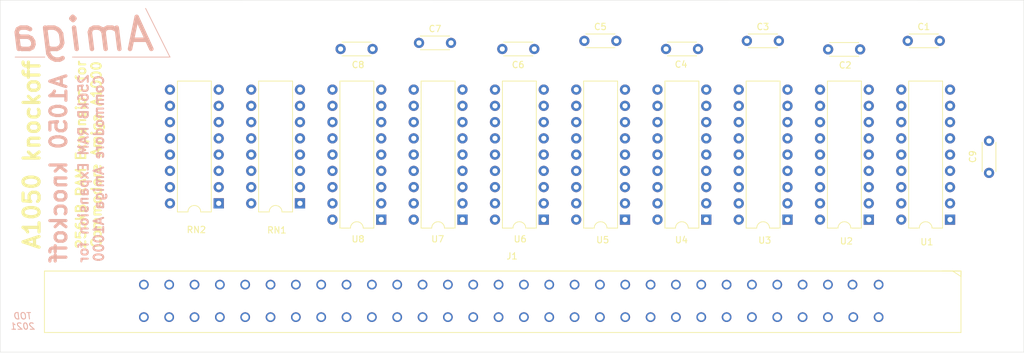
<source format=kicad_pcb>
(kicad_pcb (version 20171130) (host pcbnew "(5.1.10)-1")

  (general
    (thickness 1.6)
    (drawings 13)
    (tracks 0)
    (zones 0)
    (modules 22)
    (nets 51)
  )

  (page A4)
  (layers
    (0 F.Cu signal)
    (31 B.Cu signal)
    (32 B.Adhes user)
    (33 F.Adhes user)
    (34 B.Paste user)
    (35 F.Paste user)
    (36 B.SilkS user)
    (37 F.SilkS user)
    (38 B.Mask user)
    (39 F.Mask user)
    (40 Dwgs.User user)
    (41 Cmts.User user)
    (42 Eco1.User user)
    (43 Eco2.User user)
    (44 Edge.Cuts user)
    (45 Margin user)
    (46 B.CrtYd user)
    (47 F.CrtYd user)
    (48 B.Fab user)
    (49 F.Fab user)
  )

  (setup
    (last_trace_width 0.25)
    (trace_clearance 0.2)
    (zone_clearance 0.508)
    (zone_45_only no)
    (trace_min 0.2)
    (via_size 0.8)
    (via_drill 0.4)
    (via_min_size 0.4)
    (via_min_drill 0.3)
    (uvia_size 0.3)
    (uvia_drill 0.1)
    (uvias_allowed no)
    (uvia_min_size 0.2)
    (uvia_min_drill 0.1)
    (edge_width 0.05)
    (segment_width 0.2)
    (pcb_text_width 0.3)
    (pcb_text_size 1.5 1.5)
    (mod_edge_width 0.12)
    (mod_text_size 1 1)
    (mod_text_width 0.15)
    (pad_size 1.524 1.524)
    (pad_drill 0.762)
    (pad_to_mask_clearance 0)
    (aux_axis_origin 0 0)
    (grid_origin 111.379 29.591)
    (visible_elements 7FFFFFFF)
    (pcbplotparams
      (layerselection 0x010fc_ffffffff)
      (usegerberextensions false)
      (usegerberattributes true)
      (usegerberadvancedattributes true)
      (creategerberjobfile true)
      (excludeedgelayer true)
      (linewidth 0.100000)
      (plotframeref false)
      (viasonmask false)
      (mode 1)
      (useauxorigin false)
      (hpglpennumber 1)
      (hpglpenspeed 20)
      (hpglpendiameter 15.000000)
      (psnegative false)
      (psa4output false)
      (plotreference true)
      (plotvalue true)
      (plotinvisibletext false)
      (padsonsilk false)
      (subtractmaskfromsilk false)
      (outputformat 1)
      (mirror false)
      (drillshape 1)
      (scaleselection 1)
      (outputdirectory ""))
  )

  (net 0 "")
  (net 1 /GND)
  (net 2 /D15)
  (net 3 /D14)
  (net 4 /D12)
  (net 5 /D13)
  (net 6 /D11)
  (net 7 /D10)
  (net 8 /D8)
  (net 9 /D9)
  (net 10 /D7)
  (net 11 /D6)
  (net 12 /D4)
  (net 13 /D5)
  (net 14 /D3)
  (net 15 /D2)
  (net 16 /D0)
  (net 17 /D1)
  (net 18 /A4)
  (net 19 /A3)
  (net 20 /A5)
  (net 21 /A2)
  (net 22 /A6)
  (net 23 /A1)
  (net 24 /A7)
  (net 25 /A0)
  (net 26 /RAS*)
  (net 27 /RRW*)
  (net 28 /CASU0*)
  (net 29 /CASU1*)
  (net 30 /CASL0*)
  (net 31 /CASL1*)
  (net 32 /Vcc)
  (net 33 /A4R)
  (net 34 /CASL0R*)
  (net 35 /A5R)
  (net 36 /A6R)
  (net 37 /A0R)
  (net 38 /RASR*)
  (net 39 /A1R)
  (net 40 /RRWR*)
  (net 41 /A2R)
  (net 42 /A3R)
  (net 43 /A7R)
  (net 44 /CASL1R*)
  (net 45 /CASU0R*)
  (net 46 /CASU1R*)
  (net 47 "Net-(RN2-Pad8)")
  (net 48 "Net-(RN2-Pad7)")
  (net 49 "Net-(RN2-Pad10)")
  (net 50 "Net-(RN2-Pad9)")

  (net_class Default "This is the default net class."
    (clearance 0.2)
    (trace_width 0.25)
    (via_dia 0.8)
    (via_drill 0.4)
    (uvia_dia 0.3)
    (uvia_drill 0.1)
    (add_net /A0)
    (add_net /A0R)
    (add_net /A1)
    (add_net /A1R)
    (add_net /A2)
    (add_net /A2R)
    (add_net /A3)
    (add_net /A3R)
    (add_net /A4)
    (add_net /A4R)
    (add_net /A5)
    (add_net /A5R)
    (add_net /A6)
    (add_net /A6R)
    (add_net /A7)
    (add_net /A7R)
    (add_net /CASL0*)
    (add_net /CASL0R*)
    (add_net /CASL1*)
    (add_net /CASL1R*)
    (add_net /CASU0*)
    (add_net /CASU0R*)
    (add_net /CASU1*)
    (add_net /CASU1R*)
    (add_net /D0)
    (add_net /D1)
    (add_net /D10)
    (add_net /D11)
    (add_net /D12)
    (add_net /D13)
    (add_net /D14)
    (add_net /D15)
    (add_net /D2)
    (add_net /D3)
    (add_net /D4)
    (add_net /D5)
    (add_net /D6)
    (add_net /D7)
    (add_net /D8)
    (add_net /D9)
    (add_net /GND)
    (add_net /RAS*)
    (add_net /RASR*)
    (add_net /RRW*)
    (add_net /RRWR*)
    (add_net /Vcc)
    (add_net "Net-(RN2-Pad10)")
    (add_net "Net-(RN2-Pad7)")
    (add_net "Net-(RN2-Pad8)")
    (add_net "Net-(RN2-Pad9)")
  )

  (module footprints:Connector_horizontal_amiga1.04_GREEN (layer F.Cu) (tedit 60C7C2EA) (tstamp 60C8B90F)
    (at 174.879 137.541)
    (path /60B0D655)
    (fp_text reference J1 (at 0.127 -9.525) (layer F.SilkS)
      (effects (font (size 1 1) (thickness 0.15)))
    )
    (fp_text value Conn_Amiga1000_ramex_02x30_number_side_letter_side (at 2.97 -8.89) (layer F.Fab)
      (effects (font (size 1 1) (thickness 0.15)))
    )
    (fp_line (start 68.995 -7.2) (end 67.32 -7.2) (layer F.SilkS) (width 0.12))
    (fp_line (start -72.955 2.4) (end 70.29 2.4) (layer F.SilkS) (width 0.12))
    (fp_line (start 70.29 -7.2) (end 70.29 2.4) (layer F.SilkS) (width 0.12))
    (fp_line (start -72.955 -7.2) (end 70.29 -7.2) (layer F.SilkS) (width 0.12))
    (fp_line (start -72.955 2.4) (end -72.955 -7.2) (layer F.SilkS) (width 0.12))
    (fp_circle (center 66.33 -2.54) (end 65.34 -2.54) (layer F.SilkS) (width 0.12))
    (fp_circle (center -67.32 -2.26) (end -68.31 -2.26) (layer F.SilkS) (width 0.12))
    (fp_line (start 70.29 -6.35) (end 68.995 -7.2) (layer F.SilkS) (width 0.12))
    (fp_line (start 68.995 -7.2) (end 70.29 -7.2) (layer F.SilkS) (width 0.12))
    (fp_line (start 70.29 -7.2) (end 70.29 -6.35) (layer F.SilkS) (width 0.12))
    (fp_text user "Card Edge Connector, 337, 387 Series" (at 2.97 6.35) (layer F.Fab)
      (effects (font (size 1 1) (thickness 0.15)))
    )
    (pad B thru_hole circle (at 53.46 0) (size 1.524 1.524) (drill 1.04) (layers *.Cu *.Mask)
      (net 3 /D14))
    (pad X thru_hole circle (at -17.82 0) (size 1.524 1.524) (drill 1.04) (layers *.Cu *.Mask)
      (net 23 /A1))
    (pad S thru_hole circle (at 1.98 0) (size 1.524 1.524) (drill 1.04) (layers *.Cu *.Mask)
      (net 32 /Vcc))
    (pad P thru_hole circle (at 9.9 0) (size 1.524 1.524) (drill 1.04) (layers *.Cu *.Mask)
      (net 1 /GND))
    (pad A thru_hole circle (at 57.42 0) (size 1.524 1.524) (drill 1.04) (layers *.Cu *.Mask)
      (net 1 /GND))
    (pad FF thru_hole circle (at -49.5 0) (size 1.524 1.524) (drill 1.04) (layers *.Cu *.Mask)
      (net 31 /CASL1*))
    (pad L thru_hole circle (at 21.78 0) (size 1.524 1.524) (drill 1.04) (layers *.Cu *.Mask)
      (net 11 /D6))
    (pad DD thru_hole circle (at -41.58 0) (size 1.524 1.524) (drill 1.04) (layers *.Cu *.Mask)
      (net 29 /CASU1*))
    (pad R thru_hole circle (at 5.94 0) (size 1.524 1.524) (drill 1.04) (layers *.Cu *.Mask)
      (net 15 /D2))
    (pad M thru_hole circle (at 17.82 0) (size 1.524 1.524) (drill 1.04) (layers *.Cu *.Mask)
      (net 32 /Vcc))
    (pad N thru_hole circle (at 13.86 0) (size 1.524 1.524) (drill 1.04) (layers *.Cu *.Mask)
      (net 13 /D5))
    (pad EE thru_hole circle (at -45.54 0) (size 1.524 1.524) (drill 1.04) (layers *.Cu *.Mask)
      (net 1 /GND))
    (pad K thru_hole oval (at 25.74 0) (size 1.524 1.524) (drill 1.04) (layers *.Cu *.Mask)
      (net 1 /GND))
    (pad E thru_hole circle (at 41.58 0) (size 1.524 1.524) (drill 1.04) (layers *.Cu *.Mask)
      (net 1 /GND))
    (pad HH thru_hole circle (at -53.46 0) (size 1.524 1.524) (drill 1.04) (layers *.Cu *.Mask)
      (net 32 /Vcc))
    (pad W thru_hole circle (at -13.86 0) (size 1.524 1.524) (drill 1.04) (layers *.Cu *.Mask)
      (net 21 /A2))
    (pad JJ thru_hole circle (at -57.42 0) (size 1.524 1.524) (drill 1.04) (layers *.Cu *.Mask)
      (net 32 /Vcc))
    (pad CC thru_hole circle (at -37.62 0) (size 1.524 1.524) (drill 1.04) (layers *.Cu *.Mask)
      (net 1 /GND))
    (pad BB thru_hole circle (at -33.66 0) (size 1.524 1.524) (drill 1.04) (layers *.Cu *.Mask)
      (net 1 /GND))
    (pad J thru_hole circle (at 29.7 0) (size 1.524 1.524) (drill 1.04) (layers *.Cu *.Mask)
      (net 9 /D9))
    (pad D thru_hole circle (at 45.54 0) (size 1.524 1.524) (drill 1.04) (layers *.Cu *.Mask)
      (net 5 /D13))
    (pad F thru_hole circle (at 37.62 0) (size 1.524 1.524) (drill 1.04) (layers *.Cu *.Mask)
      (net 7 /D10))
    (pad H thru_hole circle (at 33.66 0) (size 1.524 1.524) (drill 1.04) (layers *.Cu *.Mask)
      (net 32 /Vcc))
    (pad C thru_hole circle (at 49.5 0) (size 1.524 1.524) (drill 1.04) (layers *.Cu *.Mask)
      (net 32 /Vcc))
    (pad V thru_hole circle (at -9.9 0) (size 1.524 1.524) (drill 1.04) (layers *.Cu *.Mask)
      (net 19 /A3))
    (pad T thru_hole circle (at -1.98 0) (size 1.524 1.524) (drill 1.04) (layers *.Cu *.Mask)
      (net 17 /D1))
    (pad U thru_hole circle (at -5.94 0) (size 1.524 1.524) (drill 1.04) (layers *.Cu *.Mask)
      (net 1 /GND))
    (pad AA thru_hole circle (at -29.7 0) (size 1.524 1.524) (drill 1.04) (layers *.Cu *.Mask)
      (net 27 /RRW*))
    (pad Y thru_hole circle (at -21.78 0) (size 1.524 1.524) (drill 1.04) (layers *.Cu *.Mask)
      (net 25 /A0))
    (pad Z thru_hole circle (at -25.74 0) (size 1.524 1.524) (drill 1.04) (layers *.Cu *.Mask)
      (net 1 /GND))
    (pad 22 thru_hole circle (at -25.74 -5.08) (size 1.524 1.524) (drill 1.04) (layers *.Cu *.Mask)
      (net 1 /GND))
    (pad 21 thru_hole circle (at -21.78 -5.08) (size 1.524 1.524) (drill 1.04) (layers *.Cu *.Mask)
      (net 24 /A7))
    (pad 23 thru_hole circle (at -29.7 -5.08) (size 1.524 1.524) (drill 1.04) (layers *.Cu *.Mask)
      (net 26 /RAS*))
    (pad 24 thru_hole circle (at -33.66 -5.08) (size 1.524 1.524) (drill 1.04) (layers *.Cu *.Mask)
      (net 1 /GND))
    (pad 25 thru_hole circle (at -37.62 -5.08) (size 1.524 1.524) (drill 1.04) (layers *.Cu *.Mask)
      (net 1 /GND))
    (pad 30 thru_hole circle (at -57.42 -5.08) (size 1.524 1.524) (drill 1.04) (layers *.Cu *.Mask)
      (net 32 /Vcc))
    (pad 29 thru_hole circle (at -53.46 -5.08) (size 1.524 1.524) (drill 1.04) (layers *.Cu *.Mask)
      (net 32 /Vcc))
    (pad 27 thru_hole circle (at -45.54 -5.08) (size 1.524 1.524) (drill 1.04) (layers *.Cu *.Mask)
      (net 1 /GND))
    (pad 26 thru_hole circle (at -41.58 -5.08) (size 1.524 1.524) (drill 1.04) (layers *.Cu *.Mask)
      (net 28 /CASU0*))
    (pad 28 thru_hole circle (at -49.5 -5.08) (size 1.524 1.524) (drill 1.04) (layers *.Cu *.Mask)
      (net 30 /CASL0*))
    (pad 12 thru_hole circle (at 13.86 -5.08) (size 1.524 1.524) (drill 1.04) (layers *.Cu *.Mask)
      (net 12 /D4))
    (pad 11 thru_hole circle (at 17.82 -5.08) (size 1.524 1.524) (drill 1.04) (layers *.Cu *.Mask)
      (net 32 /Vcc))
    (pad 13 thru_hole circle (at 9.9 -5.08) (size 1.524 1.524) (drill 1.04) (layers *.Cu *.Mask)
      (net 1 /GND))
    (pad 14 thru_hole circle (at 5.94 -5.08) (size 1.524 1.524) (drill 1.04) (layers *.Cu *.Mask)
      (net 14 /D3))
    (pad 15 thru_hole circle (at 1.98 -5.08) (size 1.524 1.524) (drill 1.04) (layers *.Cu *.Mask)
      (net 32 /Vcc))
    (pad 20 thru_hole circle (at -17.82 -5.08) (size 1.524 1.524) (drill 1.04) (layers *.Cu *.Mask)
      (net 22 /A6))
    (pad 19 thru_hole circle (at -13.86 -5.08) (size 1.524 1.524) (drill 1.04) (layers *.Cu *.Mask)
      (net 20 /A5))
    (pad 17 thru_hole circle (at -5.94 -5.08) (size 1.524 1.524) (drill 1.04) (layers *.Cu *.Mask)
      (net 1 /GND))
    (pad 16 thru_hole circle (at -1.98 -5.08) (size 1.524 1.524) (drill 1.04) (layers *.Cu *.Mask)
      (net 16 /D0))
    (pad 18 thru_hole circle (at -9.9 -5.08) (size 1.524 1.524) (drill 1.04) (layers *.Cu *.Mask)
      (net 18 /A4))
    (pad 7 thru_hole circle (at 33.66 -5.08) (size 1.524 1.524) (drill 1.04) (layers *.Cu *.Mask)
      (net 32 /Vcc))
    (pad 6 thru_hole circle (at 37.62 -5.08) (size 1.524 1.524) (drill 1.04) (layers *.Cu *.Mask)
      (net 6 /D11))
    (pad 8 thru_hole circle (at 29.7 -5.08) (size 1.524 1.524) (drill 1.04) (layers *.Cu *.Mask)
      (net 8 /D8))
    (pad 9 thru_hole circle (at 25.74 -5.08) (size 1.524 1.524) (drill 1.04) (layers *.Cu *.Mask)
      (net 1 /GND))
    (pad 10 thru_hole circle (at 21.78 -5.08) (size 1.524 1.524) (drill 1.04) (layers *.Cu *.Mask)
      (net 10 /D7))
    (pad 5 thru_hole circle (at 41.58 -5.08) (size 1.524 1.524) (drill 1.04) (layers *.Cu *.Mask)
      (net 1 /GND))
    (pad 4 thru_hole circle (at 45.54 -5.08) (size 1.524 1.524) (drill 1.04) (layers *.Cu *.Mask)
      (net 4 /D12))
    (pad 3 thru_hole circle (at 49.5 -5.08) (size 1.524 1.524) (drill 1.04) (layers *.Cu *.Mask)
      (net 32 /Vcc))
    (pad 1 thru_hole circle (at 57.42 -5.08) (size 1.524 1.524) (drill 1.04) (layers *.Cu *.Mask)
      (net 1 /GND))
    (pad 2 thru_hole circle (at 53.34 -5.08) (size 1.524 1.524) (drill 1.04) (layers *.Cu *.Mask)
      (net 2 /D15))
    (model "${KIPRJMOD}/337-060-540-202 - EDAC Card Edge Connector.STEP"
      (offset (xyz -70.90000000000001 -2.1 0))
      (scale (xyz 1 1 1))
      (rotate (xyz -90 0 0))
    )
  )

  (module Capacitor_THT:C_Disc_D4.3mm_W1.9mm_P5.00mm (layer F.Cu) (tedit 5AE50EF0) (tstamp 60BC09E3)
    (at 249.555 109.9985 270)
    (descr "C, Disc series, Radial, pin pitch=5.00mm, , diameter*width=4.3*1.9mm^2, Capacitor, http://www.vishay.com/docs/45233/krseries.pdf")
    (tags "C Disc series Radial pin pitch 5.00mm  diameter 4.3mm width 1.9mm Capacitor")
    (path /60D34399)
    (fp_text reference C9 (at 2.46 2.54 90) (layer F.SilkS)
      (effects (font (size 1 1) (thickness 0.15)))
    )
    (fp_text value 10uF (at 2.46 2.6035 90) (layer F.Fab)
      (effects (font (size 1 1) (thickness 0.15)))
    )
    (fp_line (start 6.05 -1.2) (end -1.05 -1.2) (layer F.CrtYd) (width 0.05))
    (fp_line (start 6.05 1.2) (end 6.05 -1.2) (layer F.CrtYd) (width 0.05))
    (fp_line (start -1.05 1.2) (end 6.05 1.2) (layer F.CrtYd) (width 0.05))
    (fp_line (start -1.05 -1.2) (end -1.05 1.2) (layer F.CrtYd) (width 0.05))
    (fp_line (start 4.77 1.055) (end 4.77 1.07) (layer F.SilkS) (width 0.12))
    (fp_line (start 4.77 -1.07) (end 4.77 -1.055) (layer F.SilkS) (width 0.12))
    (fp_line (start 0.23 1.055) (end 0.23 1.07) (layer F.SilkS) (width 0.12))
    (fp_line (start 0.23 -1.07) (end 0.23 -1.055) (layer F.SilkS) (width 0.12))
    (fp_line (start 0.23 1.07) (end 4.77 1.07) (layer F.SilkS) (width 0.12))
    (fp_line (start 0.23 -1.07) (end 4.77 -1.07) (layer F.SilkS) (width 0.12))
    (fp_line (start 4.65 -0.95) (end 0.35 -0.95) (layer F.Fab) (width 0.1))
    (fp_line (start 4.65 0.95) (end 4.65 -0.95) (layer F.Fab) (width 0.1))
    (fp_line (start 0.35 0.95) (end 4.65 0.95) (layer F.Fab) (width 0.1))
    (fp_line (start 0.35 -0.95) (end 0.35 0.95) (layer F.Fab) (width 0.1))
    (fp_text user %R (at 2.5 0 90) (layer F.Fab)
      (effects (font (size 0.86 0.86) (thickness 0.129)))
    )
    (pad 2 thru_hole circle (at 5 0 270) (size 1.6 1.6) (drill 0.8) (layers *.Cu *.Mask)
      (net 1 /GND))
    (pad 1 thru_hole circle (at 0 0 270) (size 1.6 1.6) (drill 0.8) (layers *.Cu *.Mask)
      (net 32 /Vcc))
    (model ${KISYS3DMOD}/Capacitor_THT.3dshapes/C_Disc_D4.3mm_W1.9mm_P5.00mm.wrl
      (at (xyz 0 0 0))
      (scale (xyz 1 1 1))
      (rotate (xyz 0 0 0))
    )
  )

  (module Capacitor_THT:C_Disc_D4.3mm_W1.9mm_P5.00mm (layer F.Cu) (tedit 5AE50EF0) (tstamp 60BF1A68)
    (at 148.209 95.631)
    (descr "C, Disc series, Radial, pin pitch=5.00mm, , diameter*width=4.3*1.9mm^2, Capacitor, http://www.vishay.com/docs/45233/krseries.pdf")
    (tags "C Disc series Radial pin pitch 5.00mm  diameter 4.3mm width 1.9mm Capacitor")
    (path /60A857C2)
    (fp_text reference C8 (at 2.7305 2.4765) (layer F.SilkS)
      (effects (font (size 1 1) (thickness 0.15)))
    )
    (fp_text value 220nf (at 2.5 2.2) (layer F.Fab)
      (effects (font (size 1 1) (thickness 0.15)))
    )
    (fp_line (start 6.05 -1.2) (end -1.05 -1.2) (layer F.CrtYd) (width 0.05))
    (fp_line (start 6.05 1.2) (end 6.05 -1.2) (layer F.CrtYd) (width 0.05))
    (fp_line (start -1.05 1.2) (end 6.05 1.2) (layer F.CrtYd) (width 0.05))
    (fp_line (start -1.05 -1.2) (end -1.05 1.2) (layer F.CrtYd) (width 0.05))
    (fp_line (start 4.77 1.055) (end 4.77 1.07) (layer F.SilkS) (width 0.12))
    (fp_line (start 4.77 -1.07) (end 4.77 -1.055) (layer F.SilkS) (width 0.12))
    (fp_line (start 0.23 1.055) (end 0.23 1.07) (layer F.SilkS) (width 0.12))
    (fp_line (start 0.23 -1.07) (end 0.23 -1.055) (layer F.SilkS) (width 0.12))
    (fp_line (start 0.23 1.07) (end 4.77 1.07) (layer F.SilkS) (width 0.12))
    (fp_line (start 0.23 -1.07) (end 4.77 -1.07) (layer F.SilkS) (width 0.12))
    (fp_line (start 4.65 -0.95) (end 0.35 -0.95) (layer F.Fab) (width 0.1))
    (fp_line (start 4.65 0.95) (end 4.65 -0.95) (layer F.Fab) (width 0.1))
    (fp_line (start 0.35 0.95) (end 4.65 0.95) (layer F.Fab) (width 0.1))
    (fp_line (start 0.35 -0.95) (end 0.35 0.95) (layer F.Fab) (width 0.1))
    (fp_text user %R (at 2.5 0) (layer F.Fab)
      (effects (font (size 0.86 0.86) (thickness 0.129)))
    )
    (pad 2 thru_hole circle (at 5 0) (size 1.6 1.6) (drill 0.8) (layers *.Cu *.Mask)
      (net 1 /GND))
    (pad 1 thru_hole circle (at 0 0) (size 1.6 1.6) (drill 0.8) (layers *.Cu *.Mask)
      (net 32 /Vcc))
    (model ${KISYS3DMOD}/Capacitor_THT.3dshapes/C_Disc_D4.3mm_W1.9mm_P5.00mm.wrl
      (at (xyz 0 0 0))
      (scale (xyz 1 1 1))
      (rotate (xyz 0 0 0))
    )
  )

  (module Capacitor_THT:C_Disc_D4.3mm_W1.9mm_P5.00mm (layer F.Cu) (tedit 5AE50EF0) (tstamp 60BF1E9A)
    (at 160.4645 94.6785)
    (descr "C, Disc series, Radial, pin pitch=5.00mm, , diameter*width=4.3*1.9mm^2, Capacitor, http://www.vishay.com/docs/45233/krseries.pdf")
    (tags "C Disc series Radial pin pitch 5.00mm  diameter 4.3mm width 1.9mm Capacitor")
    (path /60A85790)
    (fp_text reference C7 (at 2.5 -2.2) (layer F.SilkS)
      (effects (font (size 1 1) (thickness 0.15)))
    )
    (fp_text value 220nf (at 2.5 2.2) (layer F.Fab)
      (effects (font (size 1 1) (thickness 0.15)))
    )
    (fp_line (start 6.05 -1.2) (end -1.05 -1.2) (layer F.CrtYd) (width 0.05))
    (fp_line (start 6.05 1.2) (end 6.05 -1.2) (layer F.CrtYd) (width 0.05))
    (fp_line (start -1.05 1.2) (end 6.05 1.2) (layer F.CrtYd) (width 0.05))
    (fp_line (start -1.05 -1.2) (end -1.05 1.2) (layer F.CrtYd) (width 0.05))
    (fp_line (start 4.77 1.055) (end 4.77 1.07) (layer F.SilkS) (width 0.12))
    (fp_line (start 4.77 -1.07) (end 4.77 -1.055) (layer F.SilkS) (width 0.12))
    (fp_line (start 0.23 1.055) (end 0.23 1.07) (layer F.SilkS) (width 0.12))
    (fp_line (start 0.23 -1.07) (end 0.23 -1.055) (layer F.SilkS) (width 0.12))
    (fp_line (start 0.23 1.07) (end 4.77 1.07) (layer F.SilkS) (width 0.12))
    (fp_line (start 0.23 -1.07) (end 4.77 -1.07) (layer F.SilkS) (width 0.12))
    (fp_line (start 4.65 -0.95) (end 0.35 -0.95) (layer F.Fab) (width 0.1))
    (fp_line (start 4.65 0.95) (end 4.65 -0.95) (layer F.Fab) (width 0.1))
    (fp_line (start 0.35 0.95) (end 4.65 0.95) (layer F.Fab) (width 0.1))
    (fp_line (start 0.35 -0.95) (end 0.35 0.95) (layer F.Fab) (width 0.1))
    (fp_text user %R (at 2.5 0) (layer F.Fab)
      (effects (font (size 0.86 0.86) (thickness 0.129)))
    )
    (pad 2 thru_hole circle (at 5 0) (size 1.6 1.6) (drill 0.8) (layers *.Cu *.Mask)
      (net 1 /GND))
    (pad 1 thru_hole circle (at 0 0) (size 1.6 1.6) (drill 0.8) (layers *.Cu *.Mask)
      (net 32 /Vcc))
    (model ${KISYS3DMOD}/Capacitor_THT.3dshapes/C_Disc_D4.3mm_W1.9mm_P5.00mm.wrl
      (at (xyz 0 0 0))
      (scale (xyz 1 1 1))
      (rotate (xyz 0 0 0))
    )
  )

  (module Capacitor_THT:C_Disc_D4.3mm_W1.9mm_P5.00mm (layer F.Cu) (tedit 5AE50EF0) (tstamp 60BF19B7)
    (at 173.482 95.631)
    (descr "C, Disc series, Radial, pin pitch=5.00mm, , diameter*width=4.3*1.9mm^2, Capacitor, http://www.vishay.com/docs/45233/krseries.pdf")
    (tags "C Disc series Radial pin pitch 5.00mm  diameter 4.3mm width 1.9mm Capacitor")
    (path /60A8575D)
    (fp_text reference C6 (at 2.4765 2.4765) (layer F.SilkS)
      (effects (font (size 1 1) (thickness 0.15)))
    )
    (fp_text value 220nf (at 2.5 2.2) (layer F.Fab)
      (effects (font (size 1 1) (thickness 0.15)))
    )
    (fp_line (start 6.05 -1.2) (end -1.05 -1.2) (layer F.CrtYd) (width 0.05))
    (fp_line (start 6.05 1.2) (end 6.05 -1.2) (layer F.CrtYd) (width 0.05))
    (fp_line (start -1.05 1.2) (end 6.05 1.2) (layer F.CrtYd) (width 0.05))
    (fp_line (start -1.05 -1.2) (end -1.05 1.2) (layer F.CrtYd) (width 0.05))
    (fp_line (start 4.77 1.055) (end 4.77 1.07) (layer F.SilkS) (width 0.12))
    (fp_line (start 4.77 -1.07) (end 4.77 -1.055) (layer F.SilkS) (width 0.12))
    (fp_line (start 0.23 1.055) (end 0.23 1.07) (layer F.SilkS) (width 0.12))
    (fp_line (start 0.23 -1.07) (end 0.23 -1.055) (layer F.SilkS) (width 0.12))
    (fp_line (start 0.23 1.07) (end 4.77 1.07) (layer F.SilkS) (width 0.12))
    (fp_line (start 0.23 -1.07) (end 4.77 -1.07) (layer F.SilkS) (width 0.12))
    (fp_line (start 4.65 -0.95) (end 0.35 -0.95) (layer F.Fab) (width 0.1))
    (fp_line (start 4.65 0.95) (end 4.65 -0.95) (layer F.Fab) (width 0.1))
    (fp_line (start 0.35 0.95) (end 4.65 0.95) (layer F.Fab) (width 0.1))
    (fp_line (start 0.35 -0.95) (end 0.35 0.95) (layer F.Fab) (width 0.1))
    (fp_text user %R (at 2.5 0) (layer F.Fab)
      (effects (font (size 0.86 0.86) (thickness 0.129)))
    )
    (pad 2 thru_hole circle (at 5 0) (size 1.6 1.6) (drill 0.8) (layers *.Cu *.Mask)
      (net 1 /GND))
    (pad 1 thru_hole circle (at 0 0) (size 1.6 1.6) (drill 0.8) (layers *.Cu *.Mask)
      (net 32 /Vcc))
    (model ${KISYS3DMOD}/Capacitor_THT.3dshapes/C_Disc_D4.3mm_W1.9mm_P5.00mm.wrl
      (at (xyz 0 0 0))
      (scale (xyz 1 1 1))
      (rotate (xyz 0 0 0))
    )
  )

  (module Capacitor_THT:C_Disc_D4.3mm_W1.9mm_P5.00mm (layer F.Cu) (tedit 5AE50EF0) (tstamp 60BF1C60)
    (at 186.309 94.361)
    (descr "C, Disc series, Radial, pin pitch=5.00mm, , diameter*width=4.3*1.9mm^2, Capacitor, http://www.vishay.com/docs/45233/krseries.pdf")
    (tags "C Disc series Radial pin pitch 5.00mm  diameter 4.3mm width 1.9mm Capacitor")
    (path /60A8572B)
    (fp_text reference C5 (at 2.5 -2.2) (layer F.SilkS)
      (effects (font (size 1 1) (thickness 0.15)))
    )
    (fp_text value 220nf (at 2.5 2.2) (layer F.Fab)
      (effects (font (size 1 1) (thickness 0.15)))
    )
    (fp_line (start 6.05 -1.2) (end -1.05 -1.2) (layer F.CrtYd) (width 0.05))
    (fp_line (start 6.05 1.2) (end 6.05 -1.2) (layer F.CrtYd) (width 0.05))
    (fp_line (start -1.05 1.2) (end 6.05 1.2) (layer F.CrtYd) (width 0.05))
    (fp_line (start -1.05 -1.2) (end -1.05 1.2) (layer F.CrtYd) (width 0.05))
    (fp_line (start 4.77 1.055) (end 4.77 1.07) (layer F.SilkS) (width 0.12))
    (fp_line (start 4.77 -1.07) (end 4.77 -1.055) (layer F.SilkS) (width 0.12))
    (fp_line (start 0.23 1.055) (end 0.23 1.07) (layer F.SilkS) (width 0.12))
    (fp_line (start 0.23 -1.07) (end 0.23 -1.055) (layer F.SilkS) (width 0.12))
    (fp_line (start 0.23 1.07) (end 4.77 1.07) (layer F.SilkS) (width 0.12))
    (fp_line (start 0.23 -1.07) (end 4.77 -1.07) (layer F.SilkS) (width 0.12))
    (fp_line (start 4.65 -0.95) (end 0.35 -0.95) (layer F.Fab) (width 0.1))
    (fp_line (start 4.65 0.95) (end 4.65 -0.95) (layer F.Fab) (width 0.1))
    (fp_line (start 0.35 0.95) (end 4.65 0.95) (layer F.Fab) (width 0.1))
    (fp_line (start 0.35 -0.95) (end 0.35 0.95) (layer F.Fab) (width 0.1))
    (fp_text user %R (at 2.5 0) (layer F.Fab)
      (effects (font (size 0.86 0.86) (thickness 0.129)))
    )
    (pad 2 thru_hole circle (at 5 0) (size 1.6 1.6) (drill 0.8) (layers *.Cu *.Mask)
      (net 1 /GND))
    (pad 1 thru_hole circle (at 0 0) (size 1.6 1.6) (drill 0.8) (layers *.Cu *.Mask)
      (net 32 /Vcc))
    (model ${KISYS3DMOD}/Capacitor_THT.3dshapes/C_Disc_D4.3mm_W1.9mm_P5.00mm.wrl
      (at (xyz 0 0 0))
      (scale (xyz 1 1 1))
      (rotate (xyz 0 0 0))
    )
  )

  (module Capacitor_THT:C_Disc_D4.3mm_W1.9mm_P5.00mm (layer F.Cu) (tedit 5AE50EF0) (tstamp 60BF1E58)
    (at 199.0725 95.631)
    (descr "C, Disc series, Radial, pin pitch=5.00mm, , diameter*width=4.3*1.9mm^2, Capacitor, http://www.vishay.com/docs/45233/krseries.pdf")
    (tags "C Disc series Radial pin pitch 5.00mm  diameter 4.3mm width 1.9mm Capacitor")
    (path /60A72B74)
    (fp_text reference C4 (at 2.3495 2.413) (layer F.SilkS)
      (effects (font (size 1 1) (thickness 0.15)))
    )
    (fp_text value 220nf (at 2.5 2.2) (layer F.Fab)
      (effects (font (size 1 1) (thickness 0.15)))
    )
    (fp_line (start 6.05 -1.2) (end -1.05 -1.2) (layer F.CrtYd) (width 0.05))
    (fp_line (start 6.05 1.2) (end 6.05 -1.2) (layer F.CrtYd) (width 0.05))
    (fp_line (start -1.05 1.2) (end 6.05 1.2) (layer F.CrtYd) (width 0.05))
    (fp_line (start -1.05 -1.2) (end -1.05 1.2) (layer F.CrtYd) (width 0.05))
    (fp_line (start 4.77 1.055) (end 4.77 1.07) (layer F.SilkS) (width 0.12))
    (fp_line (start 4.77 -1.07) (end 4.77 -1.055) (layer F.SilkS) (width 0.12))
    (fp_line (start 0.23 1.055) (end 0.23 1.07) (layer F.SilkS) (width 0.12))
    (fp_line (start 0.23 -1.07) (end 0.23 -1.055) (layer F.SilkS) (width 0.12))
    (fp_line (start 0.23 1.07) (end 4.77 1.07) (layer F.SilkS) (width 0.12))
    (fp_line (start 0.23 -1.07) (end 4.77 -1.07) (layer F.SilkS) (width 0.12))
    (fp_line (start 4.65 -0.95) (end 0.35 -0.95) (layer F.Fab) (width 0.1))
    (fp_line (start 4.65 0.95) (end 4.65 -0.95) (layer F.Fab) (width 0.1))
    (fp_line (start 0.35 0.95) (end 4.65 0.95) (layer F.Fab) (width 0.1))
    (fp_line (start 0.35 -0.95) (end 0.35 0.95) (layer F.Fab) (width 0.1))
    (fp_text user %R (at 2.5 0) (layer F.Fab)
      (effects (font (size 0.86 0.86) (thickness 0.129)))
    )
    (pad 2 thru_hole circle (at 5 0) (size 1.6 1.6) (drill 0.8) (layers *.Cu *.Mask)
      (net 1 /GND))
    (pad 1 thru_hole circle (at 0 0) (size 1.6 1.6) (drill 0.8) (layers *.Cu *.Mask)
      (net 32 /Vcc))
    (model ${KISYS3DMOD}/Capacitor_THT.3dshapes/C_Disc_D4.3mm_W1.9mm_P5.00mm.wrl
      (at (xyz 0 0 0))
      (scale (xyz 1 1 1))
      (rotate (xyz 0 0 0))
    )
  )

  (module Capacitor_THT:C_Disc_D4.3mm_W1.9mm_P5.00mm (layer F.Cu) (tedit 5AE50EF0) (tstamp 60BF1933)
    (at 211.709 94.361)
    (descr "C, Disc series, Radial, pin pitch=5.00mm, , diameter*width=4.3*1.9mm^2, Capacitor, http://www.vishay.com/docs/45233/krseries.pdf")
    (tags "C Disc series Radial pin pitch 5.00mm  diameter 4.3mm width 1.9mm Capacitor")
    (path /60A72B42)
    (fp_text reference C3 (at 2.5 -2.2) (layer F.SilkS)
      (effects (font (size 1 1) (thickness 0.15)))
    )
    (fp_text value 220nf (at 2.5 2.2) (layer F.Fab)
      (effects (font (size 1 1) (thickness 0.15)))
    )
    (fp_line (start 6.05 -1.2) (end -1.05 -1.2) (layer F.CrtYd) (width 0.05))
    (fp_line (start 6.05 1.2) (end 6.05 -1.2) (layer F.CrtYd) (width 0.05))
    (fp_line (start -1.05 1.2) (end 6.05 1.2) (layer F.CrtYd) (width 0.05))
    (fp_line (start -1.05 -1.2) (end -1.05 1.2) (layer F.CrtYd) (width 0.05))
    (fp_line (start 4.77 1.055) (end 4.77 1.07) (layer F.SilkS) (width 0.12))
    (fp_line (start 4.77 -1.07) (end 4.77 -1.055) (layer F.SilkS) (width 0.12))
    (fp_line (start 0.23 1.055) (end 0.23 1.07) (layer F.SilkS) (width 0.12))
    (fp_line (start 0.23 -1.07) (end 0.23 -1.055) (layer F.SilkS) (width 0.12))
    (fp_line (start 0.23 1.07) (end 4.77 1.07) (layer F.SilkS) (width 0.12))
    (fp_line (start 0.23 -1.07) (end 4.77 -1.07) (layer F.SilkS) (width 0.12))
    (fp_line (start 4.65 -0.95) (end 0.35 -0.95) (layer F.Fab) (width 0.1))
    (fp_line (start 4.65 0.95) (end 4.65 -0.95) (layer F.Fab) (width 0.1))
    (fp_line (start 0.35 0.95) (end 4.65 0.95) (layer F.Fab) (width 0.1))
    (fp_line (start 0.35 -0.95) (end 0.35 0.95) (layer F.Fab) (width 0.1))
    (fp_text user %R (at 2.5 0) (layer F.Fab)
      (effects (font (size 0.86 0.86) (thickness 0.129)))
    )
    (pad 2 thru_hole circle (at 5 0) (size 1.6 1.6) (drill 0.8) (layers *.Cu *.Mask)
      (net 1 /GND))
    (pad 1 thru_hole circle (at 0 0) (size 1.6 1.6) (drill 0.8) (layers *.Cu *.Mask)
      (net 32 /Vcc))
    (model ${KISYS3DMOD}/Capacitor_THT.3dshapes/C_Disc_D4.3mm_W1.9mm_P5.00mm.wrl
      (at (xyz 0 0 0))
      (scale (xyz 1 1 1))
      (rotate (xyz 0 0 0))
    )
  )

  (module Capacitor_THT:C_Disc_D4.3mm_W1.9mm_P5.00mm (layer F.Cu) (tedit 5AE50EF0) (tstamp 60BF1975)
    (at 224.409 95.6945)
    (descr "C, Disc series, Radial, pin pitch=5.00mm, , diameter*width=4.3*1.9mm^2, Capacitor, http://www.vishay.com/docs/45233/krseries.pdf")
    (tags "C Disc series Radial pin pitch 5.00mm  diameter 4.3mm width 1.9mm Capacitor")
    (path /60A6B3A6)
    (fp_text reference C2 (at 2.667 2.4765) (layer F.SilkS)
      (effects (font (size 1 1) (thickness 0.15)))
    )
    (fp_text value 220nf (at 2.5 2.2) (layer F.Fab)
      (effects (font (size 1 1) (thickness 0.15)))
    )
    (fp_line (start 6.05 -1.2) (end -1.05 -1.2) (layer F.CrtYd) (width 0.05))
    (fp_line (start 6.05 1.2) (end 6.05 -1.2) (layer F.CrtYd) (width 0.05))
    (fp_line (start -1.05 1.2) (end 6.05 1.2) (layer F.CrtYd) (width 0.05))
    (fp_line (start -1.05 -1.2) (end -1.05 1.2) (layer F.CrtYd) (width 0.05))
    (fp_line (start 4.77 1.055) (end 4.77 1.07) (layer F.SilkS) (width 0.12))
    (fp_line (start 4.77 -1.07) (end 4.77 -1.055) (layer F.SilkS) (width 0.12))
    (fp_line (start 0.23 1.055) (end 0.23 1.07) (layer F.SilkS) (width 0.12))
    (fp_line (start 0.23 -1.07) (end 0.23 -1.055) (layer F.SilkS) (width 0.12))
    (fp_line (start 0.23 1.07) (end 4.77 1.07) (layer F.SilkS) (width 0.12))
    (fp_line (start 0.23 -1.07) (end 4.77 -1.07) (layer F.SilkS) (width 0.12))
    (fp_line (start 4.65 -0.95) (end 0.35 -0.95) (layer F.Fab) (width 0.1))
    (fp_line (start 4.65 0.95) (end 4.65 -0.95) (layer F.Fab) (width 0.1))
    (fp_line (start 0.35 0.95) (end 4.65 0.95) (layer F.Fab) (width 0.1))
    (fp_line (start 0.35 -0.95) (end 0.35 0.95) (layer F.Fab) (width 0.1))
    (fp_text user %R (at 2.5 0) (layer F.Fab)
      (effects (font (size 0.86 0.86) (thickness 0.129)))
    )
    (pad 2 thru_hole circle (at 5 0) (size 1.6 1.6) (drill 0.8) (layers *.Cu *.Mask)
      (net 1 /GND))
    (pad 1 thru_hole circle (at 0 0) (size 1.6 1.6) (drill 0.8) (layers *.Cu *.Mask)
      (net 32 /Vcc))
    (model ${KISYS3DMOD}/Capacitor_THT.3dshapes/C_Disc_D4.3mm_W1.9mm_P5.00mm.wrl
      (at (xyz 0 0 0))
      (scale (xyz 1 1 1))
      (rotate (xyz 0 0 0))
    )
  )

  (module Capacitor_THT:C_Disc_D4.3mm_W1.9mm_P5.00mm (layer F.Cu) (tedit 5AE50EF0) (tstamp 60BC1D57)
    (at 236.855 94.361)
    (descr "C, Disc series, Radial, pin pitch=5.00mm, , diameter*width=4.3*1.9mm^2, Capacitor, http://www.vishay.com/docs/45233/krseries.pdf")
    (tags "C Disc series Radial pin pitch 5.00mm  diameter 4.3mm width 1.9mm Capacitor")
    (path /60A67C24)
    (fp_text reference C1 (at 2.5 -2.2) (layer F.SilkS)
      (effects (font (size 1 1) (thickness 0.15)))
    )
    (fp_text value 220nf (at 2.5 2.2) (layer F.Fab)
      (effects (font (size 1 1) (thickness 0.15)))
    )
    (fp_line (start 6.05 -1.2) (end -1.05 -1.2) (layer F.CrtYd) (width 0.05))
    (fp_line (start 6.05 1.2) (end 6.05 -1.2) (layer F.CrtYd) (width 0.05))
    (fp_line (start -1.05 1.2) (end 6.05 1.2) (layer F.CrtYd) (width 0.05))
    (fp_line (start -1.05 -1.2) (end -1.05 1.2) (layer F.CrtYd) (width 0.05))
    (fp_line (start 4.77 1.055) (end 4.77 1.07) (layer F.SilkS) (width 0.12))
    (fp_line (start 4.77 -1.07) (end 4.77 -1.055) (layer F.SilkS) (width 0.12))
    (fp_line (start 0.23 1.055) (end 0.23 1.07) (layer F.SilkS) (width 0.12))
    (fp_line (start 0.23 -1.07) (end 0.23 -1.055) (layer F.SilkS) (width 0.12))
    (fp_line (start 0.23 1.07) (end 4.77 1.07) (layer F.SilkS) (width 0.12))
    (fp_line (start 0.23 -1.07) (end 4.77 -1.07) (layer F.SilkS) (width 0.12))
    (fp_line (start 4.65 -0.95) (end 0.35 -0.95) (layer F.Fab) (width 0.1))
    (fp_line (start 4.65 0.95) (end 4.65 -0.95) (layer F.Fab) (width 0.1))
    (fp_line (start 0.35 0.95) (end 4.65 0.95) (layer F.Fab) (width 0.1))
    (fp_line (start 0.35 -0.95) (end 0.35 0.95) (layer F.Fab) (width 0.1))
    (fp_text user %R (at 2.5 0) (layer F.Fab)
      (effects (font (size 0.86 0.86) (thickness 0.129)))
    )
    (pad 2 thru_hole circle (at 5 0) (size 1.6 1.6) (drill 0.8) (layers *.Cu *.Mask)
      (net 1 /GND))
    (pad 1 thru_hole circle (at 0 0) (size 1.6 1.6) (drill 0.8) (layers *.Cu *.Mask)
      (net 32 /Vcc))
    (model ${KISYS3DMOD}/Capacitor_THT.3dshapes/C_Disc_D4.3mm_W1.9mm_P5.00mm.wrl
      (at (xyz 0 0 0))
      (scale (xyz 1 1 1))
      (rotate (xyz 0 0 0))
    )
  )

  (module MountingHole:MountingHole_3.5mm locked (layer F.Cu) (tedit 56D1B4CB) (tstamp 60BEEE75)
    (at 241.2365 135.001)
    (descr "Mounting Hole 3.5mm, no annular")
    (tags "mounting hole 3.5mm no annular")
    (path /60C98F54)
    (attr virtual)
    (fp_text reference H2 (at 0 -4.5) (layer F.SilkS) hide
      (effects (font (size 1 1) (thickness 0.15)))
    )
    (fp_text value MountingHole (at 0 4.5) (layer F.Fab)
      (effects (font (size 1 1) (thickness 0.15)))
    )
    (fp_circle (center 0 0) (end 3.75 0) (layer F.CrtYd) (width 0.05))
    (fp_circle (center 0 0) (end 3.5 0) (layer Cmts.User) (width 0.15))
    (fp_text user %R (at 0.3 0) (layer F.Fab)
      (effects (font (size 1 1) (thickness 0.15)))
    )
    (pad 1 np_thru_hole circle (at 0 0) (size 3.5 3.5) (drill 3.5) (layers *.Cu *.Mask))
  )

  (module MountingHole:MountingHole_3.5mm locked (layer F.Cu) (tedit 56D1B4CB) (tstamp 60BEEE6D)
    (at 107.569 135.001)
    (descr "Mounting Hole 3.5mm, no annular")
    (tags "mounting hole 3.5mm no annular")
    (path /60C96BDA)
    (attr virtual)
    (fp_text reference H1 (at 0 -4.5) (layer F.SilkS) hide
      (effects (font (size 1 1) (thickness 0.15)))
    )
    (fp_text value MountingHole (at 0 4.5) (layer F.Fab)
      (effects (font (size 1 1) (thickness 0.15)))
    )
    (fp_circle (center 0 0) (end 3.75 0) (layer F.CrtYd) (width 0.05))
    (fp_circle (center 0 0) (end 3.5 0) (layer Cmts.User) (width 0.15))
    (fp_text user %R (at 0.3 0) (layer F.Fab)
      (effects (font (size 1 1) (thickness 0.15)))
    )
    (pad 1 np_thru_hole circle (at 0 0) (size 3.5 3.5) (drill 3.5) (layers *.Cu *.Mask))
  )

  (module Package_DIP:DIP-18_W7.62mm (layer F.Cu) (tedit 5A02E8C5) (tstamp 60BF1D20)
    (at 154.559 122.301 180)
    (descr "18-lead though-hole mounted DIP package, row spacing 7.62 mm (300 mils)")
    (tags "THT DIP DIL PDIP 2.54mm 7.62mm 300mil")
    (path /60C00DBC)
    (fp_text reference U8 (at 3.6195 -3.048) (layer F.SilkS)
      (effects (font (size 1 1) (thickness 0.15)))
    )
    (fp_text value HM50464 (at 3.81 22.65) (layer F.Fab)
      (effects (font (size 1 1) (thickness 0.15)))
    )
    (fp_line (start 8.7 -1.55) (end -1.1 -1.55) (layer F.CrtYd) (width 0.05))
    (fp_line (start 8.7 21.85) (end 8.7 -1.55) (layer F.CrtYd) (width 0.05))
    (fp_line (start -1.1 21.85) (end 8.7 21.85) (layer F.CrtYd) (width 0.05))
    (fp_line (start -1.1 -1.55) (end -1.1 21.85) (layer F.CrtYd) (width 0.05))
    (fp_line (start 6.46 -1.33) (end 4.81 -1.33) (layer F.SilkS) (width 0.12))
    (fp_line (start 6.46 21.65) (end 6.46 -1.33) (layer F.SilkS) (width 0.12))
    (fp_line (start 1.16 21.65) (end 6.46 21.65) (layer F.SilkS) (width 0.12))
    (fp_line (start 1.16 -1.33) (end 1.16 21.65) (layer F.SilkS) (width 0.12))
    (fp_line (start 2.81 -1.33) (end 1.16 -1.33) (layer F.SilkS) (width 0.12))
    (fp_line (start 0.635 -0.27) (end 1.635 -1.27) (layer F.Fab) (width 0.1))
    (fp_line (start 0.635 21.59) (end 0.635 -0.27) (layer F.Fab) (width 0.1))
    (fp_line (start 6.985 21.59) (end 0.635 21.59) (layer F.Fab) (width 0.1))
    (fp_line (start 6.985 -1.27) (end 6.985 21.59) (layer F.Fab) (width 0.1))
    (fp_line (start 1.635 -1.27) (end 6.985 -1.27) (layer F.Fab) (width 0.1))
    (fp_text user %R (at 3.81 10.16) (layer F.Fab)
      (effects (font (size 1 1) (thickness 0.15)))
    )
    (fp_arc (start 3.81 -1.33) (end 2.81 -1.33) (angle -180) (layer F.SilkS) (width 0.12))
    (pad 18 thru_hole oval (at 7.62 0 180) (size 1.6 1.6) (drill 0.8) (layers *.Cu *.Mask)
      (net 1 /GND))
    (pad 9 thru_hole oval (at 0 20.32 180) (size 1.6 1.6) (drill 0.8) (layers *.Cu *.Mask)
      (net 32 /Vcc))
    (pad 17 thru_hole oval (at 7.62 2.54 180) (size 1.6 1.6) (drill 0.8) (layers *.Cu *.Mask)
      (net 2 /D15))
    (pad 8 thru_hole oval (at 0 17.78 180) (size 1.6 1.6) (drill 0.8) (layers *.Cu *.Mask)
      (net 33 /A4R))
    (pad 16 thru_hole oval (at 7.62 5.08 180) (size 1.6 1.6) (drill 0.8) (layers *.Cu *.Mask)
      (net 46 /CASU1R*))
    (pad 7 thru_hole oval (at 0 15.24 180) (size 1.6 1.6) (drill 0.8) (layers *.Cu *.Mask)
      (net 35 /A5R))
    (pad 15 thru_hole oval (at 7.62 7.62 180) (size 1.6 1.6) (drill 0.8) (layers *.Cu *.Mask)
      (net 3 /D14))
    (pad 6 thru_hole oval (at 0 12.7 180) (size 1.6 1.6) (drill 0.8) (layers *.Cu *.Mask)
      (net 36 /A6R))
    (pad 14 thru_hole oval (at 7.62 10.16 180) (size 1.6 1.6) (drill 0.8) (layers *.Cu *.Mask)
      (net 37 /A0R))
    (pad 5 thru_hole oval (at 0 10.16 180) (size 1.6 1.6) (drill 0.8) (layers *.Cu *.Mask)
      (net 38 /RASR*))
    (pad 13 thru_hole oval (at 7.62 12.7 180) (size 1.6 1.6) (drill 0.8) (layers *.Cu *.Mask)
      (net 39 /A1R))
    (pad 4 thru_hole oval (at 0 7.62 180) (size 1.6 1.6) (drill 0.8) (layers *.Cu *.Mask)
      (net 40 /RRWR*))
    (pad 12 thru_hole oval (at 7.62 15.24 180) (size 1.6 1.6) (drill 0.8) (layers *.Cu *.Mask)
      (net 41 /A2R))
    (pad 3 thru_hole oval (at 0 5.08 180) (size 1.6 1.6) (drill 0.8) (layers *.Cu *.Mask)
      (net 5 /D13))
    (pad 11 thru_hole oval (at 7.62 17.78 180) (size 1.6 1.6) (drill 0.8) (layers *.Cu *.Mask)
      (net 42 /A3R))
    (pad 2 thru_hole oval (at 0 2.54 180) (size 1.6 1.6) (drill 0.8) (layers *.Cu *.Mask)
      (net 4 /D12))
    (pad 10 thru_hole oval (at 7.62 20.32 180) (size 1.6 1.6) (drill 0.8) (layers *.Cu *.Mask)
      (net 43 /A7R))
    (pad 1 thru_hole rect (at 0 0 180) (size 1.6 1.6) (drill 0.8) (layers *.Cu *.Mask)
      (net 1 /GND))
    (model ${KISYS3DMOD}/Package_DIP.3dshapes/DIP-18_W7.62mm.wrl
      (at (xyz 0 0 0))
      (scale (xyz 1 1 1))
      (rotate (xyz 0 0 0))
    )
  )

  (module Package_DIP:DIP-18_W7.62mm (layer F.Cu) (tedit 5A02E8C5) (tstamp 60BF1B91)
    (at 167.259 122.301 180)
    (descr "18-lead though-hole mounted DIP package, row spacing 7.62 mm (300 mils)")
    (tags "THT DIP DIL PDIP 2.54mm 7.62mm 300mil")
    (path /60E9C2B2)
    (fp_text reference U7 (at 3.8735 -3.048) (layer F.SilkS)
      (effects (font (size 1 1) (thickness 0.15)))
    )
    (fp_text value HM50464 (at 3.81 22.65) (layer F.Fab)
      (effects (font (size 1 1) (thickness 0.15)))
    )
    (fp_line (start 8.7 -1.55) (end -1.1 -1.55) (layer F.CrtYd) (width 0.05))
    (fp_line (start 8.7 21.85) (end 8.7 -1.55) (layer F.CrtYd) (width 0.05))
    (fp_line (start -1.1 21.85) (end 8.7 21.85) (layer F.CrtYd) (width 0.05))
    (fp_line (start -1.1 -1.55) (end -1.1 21.85) (layer F.CrtYd) (width 0.05))
    (fp_line (start 6.46 -1.33) (end 4.81 -1.33) (layer F.SilkS) (width 0.12))
    (fp_line (start 6.46 21.65) (end 6.46 -1.33) (layer F.SilkS) (width 0.12))
    (fp_line (start 1.16 21.65) (end 6.46 21.65) (layer F.SilkS) (width 0.12))
    (fp_line (start 1.16 -1.33) (end 1.16 21.65) (layer F.SilkS) (width 0.12))
    (fp_line (start 2.81 -1.33) (end 1.16 -1.33) (layer F.SilkS) (width 0.12))
    (fp_line (start 0.635 -0.27) (end 1.635 -1.27) (layer F.Fab) (width 0.1))
    (fp_line (start 0.635 21.59) (end 0.635 -0.27) (layer F.Fab) (width 0.1))
    (fp_line (start 6.985 21.59) (end 0.635 21.59) (layer F.Fab) (width 0.1))
    (fp_line (start 6.985 -1.27) (end 6.985 21.59) (layer F.Fab) (width 0.1))
    (fp_line (start 1.635 -1.27) (end 6.985 -1.27) (layer F.Fab) (width 0.1))
    (fp_text user %R (at 3.81 10.16) (layer F.Fab)
      (effects (font (size 1 1) (thickness 0.15)))
    )
    (fp_arc (start 3.81 -1.33) (end 2.81 -1.33) (angle -180) (layer F.SilkS) (width 0.12))
    (pad 18 thru_hole oval (at 7.62 0 180) (size 1.6 1.6) (drill 0.8) (layers *.Cu *.Mask)
      (net 1 /GND))
    (pad 9 thru_hole oval (at 0 20.32 180) (size 1.6 1.6) (drill 0.8) (layers *.Cu *.Mask)
      (net 32 /Vcc))
    (pad 17 thru_hole oval (at 7.62 2.54 180) (size 1.6 1.6) (drill 0.8) (layers *.Cu *.Mask)
      (net 2 /D15))
    (pad 8 thru_hole oval (at 0 17.78 180) (size 1.6 1.6) (drill 0.8) (layers *.Cu *.Mask)
      (net 33 /A4R))
    (pad 16 thru_hole oval (at 7.62 5.08 180) (size 1.6 1.6) (drill 0.8) (layers *.Cu *.Mask)
      (net 45 /CASU0R*))
    (pad 7 thru_hole oval (at 0 15.24 180) (size 1.6 1.6) (drill 0.8) (layers *.Cu *.Mask)
      (net 35 /A5R))
    (pad 15 thru_hole oval (at 7.62 7.62 180) (size 1.6 1.6) (drill 0.8) (layers *.Cu *.Mask)
      (net 3 /D14))
    (pad 6 thru_hole oval (at 0 12.7 180) (size 1.6 1.6) (drill 0.8) (layers *.Cu *.Mask)
      (net 36 /A6R))
    (pad 14 thru_hole oval (at 7.62 10.16 180) (size 1.6 1.6) (drill 0.8) (layers *.Cu *.Mask)
      (net 37 /A0R))
    (pad 5 thru_hole oval (at 0 10.16 180) (size 1.6 1.6) (drill 0.8) (layers *.Cu *.Mask)
      (net 38 /RASR*))
    (pad 13 thru_hole oval (at 7.62 12.7 180) (size 1.6 1.6) (drill 0.8) (layers *.Cu *.Mask)
      (net 39 /A1R))
    (pad 4 thru_hole oval (at 0 7.62 180) (size 1.6 1.6) (drill 0.8) (layers *.Cu *.Mask)
      (net 40 /RRWR*))
    (pad 12 thru_hole oval (at 7.62 15.24 180) (size 1.6 1.6) (drill 0.8) (layers *.Cu *.Mask)
      (net 41 /A2R))
    (pad 3 thru_hole oval (at 0 5.08 180) (size 1.6 1.6) (drill 0.8) (layers *.Cu *.Mask)
      (net 5 /D13))
    (pad 11 thru_hole oval (at 7.62 17.78 180) (size 1.6 1.6) (drill 0.8) (layers *.Cu *.Mask)
      (net 42 /A3R))
    (pad 2 thru_hole oval (at 0 2.54 180) (size 1.6 1.6) (drill 0.8) (layers *.Cu *.Mask)
      (net 4 /D12))
    (pad 10 thru_hole oval (at 7.62 20.32 180) (size 1.6 1.6) (drill 0.8) (layers *.Cu *.Mask)
      (net 43 /A7R))
    (pad 1 thru_hole rect (at 0 0 180) (size 1.6 1.6) (drill 0.8) (layers *.Cu *.Mask)
      (net 1 /GND))
    (model ${KISYS3DMOD}/Package_DIP.3dshapes/DIP-18_W7.62mm.wrl
      (at (xyz 0 0 0))
      (scale (xyz 1 1 1))
      (rotate (xyz 0 0 0))
    )
  )

  (module Package_DIP:DIP-18_W7.62mm (layer F.Cu) (tedit 5A02E8C5) (tstamp 60BF1D8F)
    (at 179.959 122.301 180)
    (descr "18-lead though-hole mounted DIP package, row spacing 7.62 mm (300 mils)")
    (tags "THT DIP DIL PDIP 2.54mm 7.62mm 300mil")
    (path /60DA09DF)
    (fp_text reference U6 (at 3.683 -3.048) (layer F.SilkS)
      (effects (font (size 1 1) (thickness 0.15)))
    )
    (fp_text value HM50464 (at 3.81 22.65) (layer F.Fab)
      (effects (font (size 1 1) (thickness 0.15)))
    )
    (fp_line (start 8.7 -1.55) (end -1.1 -1.55) (layer F.CrtYd) (width 0.05))
    (fp_line (start 8.7 21.85) (end 8.7 -1.55) (layer F.CrtYd) (width 0.05))
    (fp_line (start -1.1 21.85) (end 8.7 21.85) (layer F.CrtYd) (width 0.05))
    (fp_line (start -1.1 -1.55) (end -1.1 21.85) (layer F.CrtYd) (width 0.05))
    (fp_line (start 6.46 -1.33) (end 4.81 -1.33) (layer F.SilkS) (width 0.12))
    (fp_line (start 6.46 21.65) (end 6.46 -1.33) (layer F.SilkS) (width 0.12))
    (fp_line (start 1.16 21.65) (end 6.46 21.65) (layer F.SilkS) (width 0.12))
    (fp_line (start 1.16 -1.33) (end 1.16 21.65) (layer F.SilkS) (width 0.12))
    (fp_line (start 2.81 -1.33) (end 1.16 -1.33) (layer F.SilkS) (width 0.12))
    (fp_line (start 0.635 -0.27) (end 1.635 -1.27) (layer F.Fab) (width 0.1))
    (fp_line (start 0.635 21.59) (end 0.635 -0.27) (layer F.Fab) (width 0.1))
    (fp_line (start 6.985 21.59) (end 0.635 21.59) (layer F.Fab) (width 0.1))
    (fp_line (start 6.985 -1.27) (end 6.985 21.59) (layer F.Fab) (width 0.1))
    (fp_line (start 1.635 -1.27) (end 6.985 -1.27) (layer F.Fab) (width 0.1))
    (fp_text user %R (at 3.81 10.16) (layer F.Fab)
      (effects (font (size 1 1) (thickness 0.15)))
    )
    (fp_arc (start 3.81 -1.33) (end 2.81 -1.33) (angle -180) (layer F.SilkS) (width 0.12))
    (pad 18 thru_hole oval (at 7.62 0 180) (size 1.6 1.6) (drill 0.8) (layers *.Cu *.Mask)
      (net 1 /GND))
    (pad 9 thru_hole oval (at 0 20.32 180) (size 1.6 1.6) (drill 0.8) (layers *.Cu *.Mask)
      (net 32 /Vcc))
    (pad 17 thru_hole oval (at 7.62 2.54 180) (size 1.6 1.6) (drill 0.8) (layers *.Cu *.Mask)
      (net 6 /D11))
    (pad 8 thru_hole oval (at 0 17.78 180) (size 1.6 1.6) (drill 0.8) (layers *.Cu *.Mask)
      (net 33 /A4R))
    (pad 16 thru_hole oval (at 7.62 5.08 180) (size 1.6 1.6) (drill 0.8) (layers *.Cu *.Mask)
      (net 46 /CASU1R*))
    (pad 7 thru_hole oval (at 0 15.24 180) (size 1.6 1.6) (drill 0.8) (layers *.Cu *.Mask)
      (net 35 /A5R))
    (pad 15 thru_hole oval (at 7.62 7.62 180) (size 1.6 1.6) (drill 0.8) (layers *.Cu *.Mask)
      (net 7 /D10))
    (pad 6 thru_hole oval (at 0 12.7 180) (size 1.6 1.6) (drill 0.8) (layers *.Cu *.Mask)
      (net 36 /A6R))
    (pad 14 thru_hole oval (at 7.62 10.16 180) (size 1.6 1.6) (drill 0.8) (layers *.Cu *.Mask)
      (net 37 /A0R))
    (pad 5 thru_hole oval (at 0 10.16 180) (size 1.6 1.6) (drill 0.8) (layers *.Cu *.Mask)
      (net 38 /RASR*))
    (pad 13 thru_hole oval (at 7.62 12.7 180) (size 1.6 1.6) (drill 0.8) (layers *.Cu *.Mask)
      (net 39 /A1R))
    (pad 4 thru_hole oval (at 0 7.62 180) (size 1.6 1.6) (drill 0.8) (layers *.Cu *.Mask)
      (net 40 /RRWR*))
    (pad 12 thru_hole oval (at 7.62 15.24 180) (size 1.6 1.6) (drill 0.8) (layers *.Cu *.Mask)
      (net 41 /A2R))
    (pad 3 thru_hole oval (at 0 5.08 180) (size 1.6 1.6) (drill 0.8) (layers *.Cu *.Mask)
      (net 9 /D9))
    (pad 11 thru_hole oval (at 7.62 17.78 180) (size 1.6 1.6) (drill 0.8) (layers *.Cu *.Mask)
      (net 42 /A3R))
    (pad 2 thru_hole oval (at 0 2.54 180) (size 1.6 1.6) (drill 0.8) (layers *.Cu *.Mask)
      (net 8 /D8))
    (pad 10 thru_hole oval (at 7.62 20.32 180) (size 1.6 1.6) (drill 0.8) (layers *.Cu *.Mask)
      (net 43 /A7R))
    (pad 1 thru_hole rect (at 0 0 180) (size 1.6 1.6) (drill 0.8) (layers *.Cu *.Mask)
      (net 1 /GND))
    (model ${KISYS3DMOD}/Package_DIP.3dshapes/DIP-18_W7.62mm.wrl
      (at (xyz 0 0 0))
      (scale (xyz 1 1 1))
      (rotate (xyz 0 0 0))
    )
  )

  (module Package_DIP:DIP-18_W7.62mm (layer F.Cu) (tedit 5A02E8C5) (tstamp 60BF1CB1)
    (at 192.659 122.301 180)
    (descr "18-lead though-hole mounted DIP package, row spacing 7.62 mm (300 mils)")
    (tags "THT DIP DIL PDIP 2.54mm 7.62mm 300mil")
    (path /60E9C2EA)
    (fp_text reference U5 (at 3.4925 -3.175) (layer F.SilkS)
      (effects (font (size 1 1) (thickness 0.15)))
    )
    (fp_text value HM50464 (at 3.81 22.65) (layer F.Fab)
      (effects (font (size 1 1) (thickness 0.15)))
    )
    (fp_line (start 8.7 -1.55) (end -1.1 -1.55) (layer F.CrtYd) (width 0.05))
    (fp_line (start 8.7 21.85) (end 8.7 -1.55) (layer F.CrtYd) (width 0.05))
    (fp_line (start -1.1 21.85) (end 8.7 21.85) (layer F.CrtYd) (width 0.05))
    (fp_line (start -1.1 -1.55) (end -1.1 21.85) (layer F.CrtYd) (width 0.05))
    (fp_line (start 6.46 -1.33) (end 4.81 -1.33) (layer F.SilkS) (width 0.12))
    (fp_line (start 6.46 21.65) (end 6.46 -1.33) (layer F.SilkS) (width 0.12))
    (fp_line (start 1.16 21.65) (end 6.46 21.65) (layer F.SilkS) (width 0.12))
    (fp_line (start 1.16 -1.33) (end 1.16 21.65) (layer F.SilkS) (width 0.12))
    (fp_line (start 2.81 -1.33) (end 1.16 -1.33) (layer F.SilkS) (width 0.12))
    (fp_line (start 0.635 -0.27) (end 1.635 -1.27) (layer F.Fab) (width 0.1))
    (fp_line (start 0.635 21.59) (end 0.635 -0.27) (layer F.Fab) (width 0.1))
    (fp_line (start 6.985 21.59) (end 0.635 21.59) (layer F.Fab) (width 0.1))
    (fp_line (start 6.985 -1.27) (end 6.985 21.59) (layer F.Fab) (width 0.1))
    (fp_line (start 1.635 -1.27) (end 6.985 -1.27) (layer F.Fab) (width 0.1))
    (fp_text user %R (at 3.81 10.16) (layer F.Fab)
      (effects (font (size 1 1) (thickness 0.15)))
    )
    (fp_arc (start 3.81 -1.33) (end 2.81 -1.33) (angle -180) (layer F.SilkS) (width 0.12))
    (pad 18 thru_hole oval (at 7.62 0 180) (size 1.6 1.6) (drill 0.8) (layers *.Cu *.Mask)
      (net 1 /GND))
    (pad 9 thru_hole oval (at 0 20.32 180) (size 1.6 1.6) (drill 0.8) (layers *.Cu *.Mask)
      (net 32 /Vcc))
    (pad 17 thru_hole oval (at 7.62 2.54 180) (size 1.6 1.6) (drill 0.8) (layers *.Cu *.Mask)
      (net 6 /D11))
    (pad 8 thru_hole oval (at 0 17.78 180) (size 1.6 1.6) (drill 0.8) (layers *.Cu *.Mask)
      (net 33 /A4R))
    (pad 16 thru_hole oval (at 7.62 5.08 180) (size 1.6 1.6) (drill 0.8) (layers *.Cu *.Mask)
      (net 45 /CASU0R*))
    (pad 7 thru_hole oval (at 0 15.24 180) (size 1.6 1.6) (drill 0.8) (layers *.Cu *.Mask)
      (net 35 /A5R))
    (pad 15 thru_hole oval (at 7.62 7.62 180) (size 1.6 1.6) (drill 0.8) (layers *.Cu *.Mask)
      (net 7 /D10))
    (pad 6 thru_hole oval (at 0 12.7 180) (size 1.6 1.6) (drill 0.8) (layers *.Cu *.Mask)
      (net 36 /A6R))
    (pad 14 thru_hole oval (at 7.62 10.16 180) (size 1.6 1.6) (drill 0.8) (layers *.Cu *.Mask)
      (net 37 /A0R))
    (pad 5 thru_hole oval (at 0 10.16 180) (size 1.6 1.6) (drill 0.8) (layers *.Cu *.Mask)
      (net 38 /RASR*))
    (pad 13 thru_hole oval (at 7.62 12.7 180) (size 1.6 1.6) (drill 0.8) (layers *.Cu *.Mask)
      (net 39 /A1R))
    (pad 4 thru_hole oval (at 0 7.62 180) (size 1.6 1.6) (drill 0.8) (layers *.Cu *.Mask)
      (net 40 /RRWR*))
    (pad 12 thru_hole oval (at 7.62 15.24 180) (size 1.6 1.6) (drill 0.8) (layers *.Cu *.Mask)
      (net 41 /A2R))
    (pad 3 thru_hole oval (at 0 5.08 180) (size 1.6 1.6) (drill 0.8) (layers *.Cu *.Mask)
      (net 9 /D9))
    (pad 11 thru_hole oval (at 7.62 17.78 180) (size 1.6 1.6) (drill 0.8) (layers *.Cu *.Mask)
      (net 42 /A3R))
    (pad 2 thru_hole oval (at 0 2.54 180) (size 1.6 1.6) (drill 0.8) (layers *.Cu *.Mask)
      (net 8 /D8))
    (pad 10 thru_hole oval (at 7.62 20.32 180) (size 1.6 1.6) (drill 0.8) (layers *.Cu *.Mask)
      (net 43 /A7R))
    (pad 1 thru_hole rect (at 0 0 180) (size 1.6 1.6) (drill 0.8) (layers *.Cu *.Mask)
      (net 1 /GND))
    (model ${KISYS3DMOD}/Package_DIP.3dshapes/DIP-18_W7.62mm.wrl
      (at (xyz 0 0 0))
      (scale (xyz 1 1 1))
      (rotate (xyz 0 0 0))
    )
  )

  (module Package_DIP:DIP-18_W7.62mm (layer F.Cu) (tedit 5A02E8C5) (tstamp 60BF1A08)
    (at 205.359 122.301 180)
    (descr "18-lead though-hole mounted DIP package, row spacing 7.62 mm (300 mils)")
    (tags "THT DIP DIL PDIP 2.54mm 7.62mm 300mil")
    (path /60DEDC47)
    (fp_text reference U4 (at 3.8735 -3.175) (layer F.SilkS)
      (effects (font (size 1 1) (thickness 0.15)))
    )
    (fp_text value HM50464 (at 3.81 22.65) (layer F.Fab)
      (effects (font (size 1 1) (thickness 0.15)))
    )
    (fp_line (start 8.7 -1.55) (end -1.1 -1.55) (layer F.CrtYd) (width 0.05))
    (fp_line (start 8.7 21.85) (end 8.7 -1.55) (layer F.CrtYd) (width 0.05))
    (fp_line (start -1.1 21.85) (end 8.7 21.85) (layer F.CrtYd) (width 0.05))
    (fp_line (start -1.1 -1.55) (end -1.1 21.85) (layer F.CrtYd) (width 0.05))
    (fp_line (start 6.46 -1.33) (end 4.81 -1.33) (layer F.SilkS) (width 0.12))
    (fp_line (start 6.46 21.65) (end 6.46 -1.33) (layer F.SilkS) (width 0.12))
    (fp_line (start 1.16 21.65) (end 6.46 21.65) (layer F.SilkS) (width 0.12))
    (fp_line (start 1.16 -1.33) (end 1.16 21.65) (layer F.SilkS) (width 0.12))
    (fp_line (start 2.81 -1.33) (end 1.16 -1.33) (layer F.SilkS) (width 0.12))
    (fp_line (start 0.635 -0.27) (end 1.635 -1.27) (layer F.Fab) (width 0.1))
    (fp_line (start 0.635 21.59) (end 0.635 -0.27) (layer F.Fab) (width 0.1))
    (fp_line (start 6.985 21.59) (end 0.635 21.59) (layer F.Fab) (width 0.1))
    (fp_line (start 6.985 -1.27) (end 6.985 21.59) (layer F.Fab) (width 0.1))
    (fp_line (start 1.635 -1.27) (end 6.985 -1.27) (layer F.Fab) (width 0.1))
    (fp_text user %R (at 3.81 10.16) (layer F.Fab)
      (effects (font (size 1 1) (thickness 0.15)))
    )
    (fp_arc (start 3.81 -1.33) (end 2.81 -1.33) (angle -180) (layer F.SilkS) (width 0.12))
    (pad 18 thru_hole oval (at 7.62 0 180) (size 1.6 1.6) (drill 0.8) (layers *.Cu *.Mask)
      (net 1 /GND))
    (pad 9 thru_hole oval (at 0 20.32 180) (size 1.6 1.6) (drill 0.8) (layers *.Cu *.Mask)
      (net 32 /Vcc))
    (pad 17 thru_hole oval (at 7.62 2.54 180) (size 1.6 1.6) (drill 0.8) (layers *.Cu *.Mask)
      (net 10 /D7))
    (pad 8 thru_hole oval (at 0 17.78 180) (size 1.6 1.6) (drill 0.8) (layers *.Cu *.Mask)
      (net 33 /A4R))
    (pad 16 thru_hole oval (at 7.62 5.08 180) (size 1.6 1.6) (drill 0.8) (layers *.Cu *.Mask)
      (net 44 /CASL1R*))
    (pad 7 thru_hole oval (at 0 15.24 180) (size 1.6 1.6) (drill 0.8) (layers *.Cu *.Mask)
      (net 35 /A5R))
    (pad 15 thru_hole oval (at 7.62 7.62 180) (size 1.6 1.6) (drill 0.8) (layers *.Cu *.Mask)
      (net 11 /D6))
    (pad 6 thru_hole oval (at 0 12.7 180) (size 1.6 1.6) (drill 0.8) (layers *.Cu *.Mask)
      (net 36 /A6R))
    (pad 14 thru_hole oval (at 7.62 10.16 180) (size 1.6 1.6) (drill 0.8) (layers *.Cu *.Mask)
      (net 37 /A0R))
    (pad 5 thru_hole oval (at 0 10.16 180) (size 1.6 1.6) (drill 0.8) (layers *.Cu *.Mask)
      (net 38 /RASR*))
    (pad 13 thru_hole oval (at 7.62 12.7 180) (size 1.6 1.6) (drill 0.8) (layers *.Cu *.Mask)
      (net 39 /A1R))
    (pad 4 thru_hole oval (at 0 7.62 180) (size 1.6 1.6) (drill 0.8) (layers *.Cu *.Mask)
      (net 40 /RRWR*))
    (pad 12 thru_hole oval (at 7.62 15.24 180) (size 1.6 1.6) (drill 0.8) (layers *.Cu *.Mask)
      (net 41 /A2R))
    (pad 3 thru_hole oval (at 0 5.08 180) (size 1.6 1.6) (drill 0.8) (layers *.Cu *.Mask)
      (net 13 /D5))
    (pad 11 thru_hole oval (at 7.62 17.78 180) (size 1.6 1.6) (drill 0.8) (layers *.Cu *.Mask)
      (net 42 /A3R))
    (pad 2 thru_hole oval (at 0 2.54 180) (size 1.6 1.6) (drill 0.8) (layers *.Cu *.Mask)
      (net 12 /D4))
    (pad 10 thru_hole oval (at 7.62 20.32 180) (size 1.6 1.6) (drill 0.8) (layers *.Cu *.Mask)
      (net 43 /A7R))
    (pad 1 thru_hole rect (at 0 0 180) (size 1.6 1.6) (drill 0.8) (layers *.Cu *.Mask)
      (net 1 /GND))
    (model ${KISYS3DMOD}/Package_DIP.3dshapes/DIP-18_W7.62mm.wrl
      (at (xyz 0 0 0))
      (scale (xyz 1 1 1))
      (rotate (xyz 0 0 0))
    )
  )

  (module Package_DIP:DIP-18_W7.62mm (layer F.Cu) (tedit 5A02E8C5) (tstamp 60BF1AB9)
    (at 218.059 122.301 180)
    (descr "18-lead though-hole mounted DIP package, row spacing 7.62 mm (300 mils)")
    (tags "THT DIP DIL PDIP 2.54mm 7.62mm 300mil")
    (path /60FC5144)
    (fp_text reference U3 (at 3.556 -3.2385) (layer F.SilkS)
      (effects (font (size 1 1) (thickness 0.15)))
    )
    (fp_text value HM50464 (at 3.81 22.65) (layer F.Fab)
      (effects (font (size 1 1) (thickness 0.15)))
    )
    (fp_line (start 8.7 -1.55) (end -1.1 -1.55) (layer F.CrtYd) (width 0.05))
    (fp_line (start 8.7 21.85) (end 8.7 -1.55) (layer F.CrtYd) (width 0.05))
    (fp_line (start -1.1 21.85) (end 8.7 21.85) (layer F.CrtYd) (width 0.05))
    (fp_line (start -1.1 -1.55) (end -1.1 21.85) (layer F.CrtYd) (width 0.05))
    (fp_line (start 6.46 -1.33) (end 4.81 -1.33) (layer F.SilkS) (width 0.12))
    (fp_line (start 6.46 21.65) (end 6.46 -1.33) (layer F.SilkS) (width 0.12))
    (fp_line (start 1.16 21.65) (end 6.46 21.65) (layer F.SilkS) (width 0.12))
    (fp_line (start 1.16 -1.33) (end 1.16 21.65) (layer F.SilkS) (width 0.12))
    (fp_line (start 2.81 -1.33) (end 1.16 -1.33) (layer F.SilkS) (width 0.12))
    (fp_line (start 0.635 -0.27) (end 1.635 -1.27) (layer F.Fab) (width 0.1))
    (fp_line (start 0.635 21.59) (end 0.635 -0.27) (layer F.Fab) (width 0.1))
    (fp_line (start 6.985 21.59) (end 0.635 21.59) (layer F.Fab) (width 0.1))
    (fp_line (start 6.985 -1.27) (end 6.985 21.59) (layer F.Fab) (width 0.1))
    (fp_line (start 1.635 -1.27) (end 6.985 -1.27) (layer F.Fab) (width 0.1))
    (fp_text user %R (at 3.81 10.16) (layer F.Fab)
      (effects (font (size 1 1) (thickness 0.15)))
    )
    (fp_arc (start 3.81 -1.33) (end 2.81 -1.33) (angle -180) (layer F.SilkS) (width 0.12))
    (pad 18 thru_hole oval (at 7.62 0 180) (size 1.6 1.6) (drill 0.8) (layers *.Cu *.Mask)
      (net 1 /GND))
    (pad 9 thru_hole oval (at 0 20.32 180) (size 1.6 1.6) (drill 0.8) (layers *.Cu *.Mask)
      (net 32 /Vcc))
    (pad 17 thru_hole oval (at 7.62 2.54 180) (size 1.6 1.6) (drill 0.8) (layers *.Cu *.Mask)
      (net 10 /D7))
    (pad 8 thru_hole oval (at 0 17.78 180) (size 1.6 1.6) (drill 0.8) (layers *.Cu *.Mask)
      (net 33 /A4R))
    (pad 16 thru_hole oval (at 7.62 5.08 180) (size 1.6 1.6) (drill 0.8) (layers *.Cu *.Mask)
      (net 34 /CASL0R*))
    (pad 7 thru_hole oval (at 0 15.24 180) (size 1.6 1.6) (drill 0.8) (layers *.Cu *.Mask)
      (net 35 /A5R))
    (pad 15 thru_hole oval (at 7.62 7.62 180) (size 1.6 1.6) (drill 0.8) (layers *.Cu *.Mask)
      (net 11 /D6))
    (pad 6 thru_hole oval (at 0 12.7 180) (size 1.6 1.6) (drill 0.8) (layers *.Cu *.Mask)
      (net 36 /A6R))
    (pad 14 thru_hole oval (at 7.62 10.16 180) (size 1.6 1.6) (drill 0.8) (layers *.Cu *.Mask)
      (net 37 /A0R))
    (pad 5 thru_hole oval (at 0 10.16 180) (size 1.6 1.6) (drill 0.8) (layers *.Cu *.Mask)
      (net 38 /RASR*))
    (pad 13 thru_hole oval (at 7.62 12.7 180) (size 1.6 1.6) (drill 0.8) (layers *.Cu *.Mask)
      (net 39 /A1R))
    (pad 4 thru_hole oval (at 0 7.62 180) (size 1.6 1.6) (drill 0.8) (layers *.Cu *.Mask)
      (net 40 /RRWR*))
    (pad 12 thru_hole oval (at 7.62 15.24 180) (size 1.6 1.6) (drill 0.8) (layers *.Cu *.Mask)
      (net 41 /A2R))
    (pad 3 thru_hole oval (at 0 5.08 180) (size 1.6 1.6) (drill 0.8) (layers *.Cu *.Mask)
      (net 13 /D5))
    (pad 11 thru_hole oval (at 7.62 17.78 180) (size 1.6 1.6) (drill 0.8) (layers *.Cu *.Mask)
      (net 42 /A3R))
    (pad 2 thru_hole oval (at 0 2.54 180) (size 1.6 1.6) (drill 0.8) (layers *.Cu *.Mask)
      (net 12 /D4))
    (pad 10 thru_hole oval (at 7.62 20.32 180) (size 1.6 1.6) (drill 0.8) (layers *.Cu *.Mask)
      (net 43 /A7R))
    (pad 1 thru_hole rect (at 0 0 180) (size 1.6 1.6) (drill 0.8) (layers *.Cu *.Mask)
      (net 1 /GND))
    (model ${KISYS3DMOD}/Package_DIP.3dshapes/DIP-18_W7.62mm.wrl
      (at (xyz 0 0 0))
      (scale (xyz 1 1 1))
      (rotate (xyz 0 0 0))
    )
  )

  (module Package_DIP:DIP-18_W7.62mm (layer F.Cu) (tedit 5A02E8C5) (tstamp 60BF1C00)
    (at 230.759 122.301 180)
    (descr "18-lead though-hole mounted DIP package, row spacing 7.62 mm (300 mils)")
    (tags "THT DIP DIL PDIP 2.54mm 7.62mm 300mil")
    (path /60DEDC8B)
    (fp_text reference U2 (at 3.4925 -3.3655) (layer F.SilkS)
      (effects (font (size 1 1) (thickness 0.15)))
    )
    (fp_text value HM50464 (at 3.81 22.65) (layer F.Fab)
      (effects (font (size 1 1) (thickness 0.15)))
    )
    (fp_line (start 8.7 -1.55) (end -1.1 -1.55) (layer F.CrtYd) (width 0.05))
    (fp_line (start 8.7 21.85) (end 8.7 -1.55) (layer F.CrtYd) (width 0.05))
    (fp_line (start -1.1 21.85) (end 8.7 21.85) (layer F.CrtYd) (width 0.05))
    (fp_line (start -1.1 -1.55) (end -1.1 21.85) (layer F.CrtYd) (width 0.05))
    (fp_line (start 6.46 -1.33) (end 4.81 -1.33) (layer F.SilkS) (width 0.12))
    (fp_line (start 6.46 21.65) (end 6.46 -1.33) (layer F.SilkS) (width 0.12))
    (fp_line (start 1.16 21.65) (end 6.46 21.65) (layer F.SilkS) (width 0.12))
    (fp_line (start 1.16 -1.33) (end 1.16 21.65) (layer F.SilkS) (width 0.12))
    (fp_line (start 2.81 -1.33) (end 1.16 -1.33) (layer F.SilkS) (width 0.12))
    (fp_line (start 0.635 -0.27) (end 1.635 -1.27) (layer F.Fab) (width 0.1))
    (fp_line (start 0.635 21.59) (end 0.635 -0.27) (layer F.Fab) (width 0.1))
    (fp_line (start 6.985 21.59) (end 0.635 21.59) (layer F.Fab) (width 0.1))
    (fp_line (start 6.985 -1.27) (end 6.985 21.59) (layer F.Fab) (width 0.1))
    (fp_line (start 1.635 -1.27) (end 6.985 -1.27) (layer F.Fab) (width 0.1))
    (fp_text user %R (at 3.81 10.16) (layer F.Fab)
      (effects (font (size 1 1) (thickness 0.15)))
    )
    (fp_arc (start 3.81 -1.33) (end 2.81 -1.33) (angle -180) (layer F.SilkS) (width 0.12))
    (pad 18 thru_hole oval (at 7.62 0 180) (size 1.6 1.6) (drill 0.8) (layers *.Cu *.Mask)
      (net 1 /GND))
    (pad 9 thru_hole oval (at 0 20.32 180) (size 1.6 1.6) (drill 0.8) (layers *.Cu *.Mask)
      (net 32 /Vcc))
    (pad 17 thru_hole oval (at 7.62 2.54 180) (size 1.6 1.6) (drill 0.8) (layers *.Cu *.Mask)
      (net 14 /D3))
    (pad 8 thru_hole oval (at 0 17.78 180) (size 1.6 1.6) (drill 0.8) (layers *.Cu *.Mask)
      (net 33 /A4R))
    (pad 16 thru_hole oval (at 7.62 5.08 180) (size 1.6 1.6) (drill 0.8) (layers *.Cu *.Mask)
      (net 44 /CASL1R*))
    (pad 7 thru_hole oval (at 0 15.24 180) (size 1.6 1.6) (drill 0.8) (layers *.Cu *.Mask)
      (net 35 /A5R))
    (pad 15 thru_hole oval (at 7.62 7.62 180) (size 1.6 1.6) (drill 0.8) (layers *.Cu *.Mask)
      (net 15 /D2))
    (pad 6 thru_hole oval (at 0 12.7 180) (size 1.6 1.6) (drill 0.8) (layers *.Cu *.Mask)
      (net 36 /A6R))
    (pad 14 thru_hole oval (at 7.62 10.16 180) (size 1.6 1.6) (drill 0.8) (layers *.Cu *.Mask)
      (net 37 /A0R))
    (pad 5 thru_hole oval (at 0 10.16 180) (size 1.6 1.6) (drill 0.8) (layers *.Cu *.Mask)
      (net 38 /RASR*))
    (pad 13 thru_hole oval (at 7.62 12.7 180) (size 1.6 1.6) (drill 0.8) (layers *.Cu *.Mask)
      (net 39 /A1R))
    (pad 4 thru_hole oval (at 0 7.62 180) (size 1.6 1.6) (drill 0.8) (layers *.Cu *.Mask)
      (net 40 /RRWR*))
    (pad 12 thru_hole oval (at 7.62 15.24 180) (size 1.6 1.6) (drill 0.8) (layers *.Cu *.Mask)
      (net 41 /A2R))
    (pad 3 thru_hole oval (at 0 5.08 180) (size 1.6 1.6) (drill 0.8) (layers *.Cu *.Mask)
      (net 17 /D1))
    (pad 11 thru_hole oval (at 7.62 17.78 180) (size 1.6 1.6) (drill 0.8) (layers *.Cu *.Mask)
      (net 42 /A3R))
    (pad 2 thru_hole oval (at 0 2.54 180) (size 1.6 1.6) (drill 0.8) (layers *.Cu *.Mask)
      (net 16 /D0))
    (pad 10 thru_hole oval (at 7.62 20.32 180) (size 1.6 1.6) (drill 0.8) (layers *.Cu *.Mask)
      (net 43 /A7R))
    (pad 1 thru_hole rect (at 0 0 180) (size 1.6 1.6) (drill 0.8) (layers *.Cu *.Mask)
      (net 1 /GND))
    (model ${KISYS3DMOD}/Package_DIP.3dshapes/DIP-18_W7.62mm.wrl
      (at (xyz 0 0 0))
      (scale (xyz 1 1 1))
      (rotate (xyz 0 0 0))
    )
  )

  (module Package_DIP:DIP-18_W7.62mm (layer F.Cu) (tedit 5A02E8C5) (tstamp 60BC0E39)
    (at 243.459 122.301 180)
    (descr "18-lead though-hole mounted DIP package, row spacing 7.62 mm (300 mils)")
    (tags "THT DIP DIL PDIP 2.54mm 7.62mm 300mil")
    (path /60FC517C)
    (fp_text reference U1 (at 3.6195 -3.4925) (layer F.SilkS)
      (effects (font (size 1 1) (thickness 0.15)))
    )
    (fp_text value HM50464 (at 3.81 22.65) (layer F.Fab)
      (effects (font (size 1 1) (thickness 0.15)))
    )
    (fp_line (start 8.7 -1.55) (end -1.1 -1.55) (layer F.CrtYd) (width 0.05))
    (fp_line (start 8.7 21.85) (end 8.7 -1.55) (layer F.CrtYd) (width 0.05))
    (fp_line (start -1.1 21.85) (end 8.7 21.85) (layer F.CrtYd) (width 0.05))
    (fp_line (start -1.1 -1.55) (end -1.1 21.85) (layer F.CrtYd) (width 0.05))
    (fp_line (start 6.46 -1.33) (end 4.81 -1.33) (layer F.SilkS) (width 0.12))
    (fp_line (start 6.46 21.65) (end 6.46 -1.33) (layer F.SilkS) (width 0.12))
    (fp_line (start 1.16 21.65) (end 6.46 21.65) (layer F.SilkS) (width 0.12))
    (fp_line (start 1.16 -1.33) (end 1.16 21.65) (layer F.SilkS) (width 0.12))
    (fp_line (start 2.81 -1.33) (end 1.16 -1.33) (layer F.SilkS) (width 0.12))
    (fp_line (start 0.635 -0.27) (end 1.635 -1.27) (layer F.Fab) (width 0.1))
    (fp_line (start 0.635 21.59) (end 0.635 -0.27) (layer F.Fab) (width 0.1))
    (fp_line (start 6.985 21.59) (end 0.635 21.59) (layer F.Fab) (width 0.1))
    (fp_line (start 6.985 -1.27) (end 6.985 21.59) (layer F.Fab) (width 0.1))
    (fp_line (start 1.635 -1.27) (end 6.985 -1.27) (layer F.Fab) (width 0.1))
    (fp_text user %R (at 3.81 10.16) (layer F.Fab)
      (effects (font (size 1 1) (thickness 0.15)))
    )
    (fp_arc (start 3.81 -1.33) (end 2.81 -1.33) (angle -180) (layer F.SilkS) (width 0.12))
    (pad 18 thru_hole oval (at 7.62 0 180) (size 1.6 1.6) (drill 0.8) (layers *.Cu *.Mask)
      (net 1 /GND))
    (pad 9 thru_hole oval (at 0 20.32 180) (size 1.6 1.6) (drill 0.8) (layers *.Cu *.Mask)
      (net 32 /Vcc))
    (pad 17 thru_hole oval (at 7.62 2.54 180) (size 1.6 1.6) (drill 0.8) (layers *.Cu *.Mask)
      (net 14 /D3))
    (pad 8 thru_hole oval (at 0 17.78 180) (size 1.6 1.6) (drill 0.8) (layers *.Cu *.Mask)
      (net 33 /A4R))
    (pad 16 thru_hole oval (at 7.62 5.08 180) (size 1.6 1.6) (drill 0.8) (layers *.Cu *.Mask)
      (net 34 /CASL0R*))
    (pad 7 thru_hole oval (at 0 15.24 180) (size 1.6 1.6) (drill 0.8) (layers *.Cu *.Mask)
      (net 35 /A5R))
    (pad 15 thru_hole oval (at 7.62 7.62 180) (size 1.6 1.6) (drill 0.8) (layers *.Cu *.Mask)
      (net 15 /D2))
    (pad 6 thru_hole oval (at 0 12.7 180) (size 1.6 1.6) (drill 0.8) (layers *.Cu *.Mask)
      (net 36 /A6R))
    (pad 14 thru_hole oval (at 7.62 10.16 180) (size 1.6 1.6) (drill 0.8) (layers *.Cu *.Mask)
      (net 37 /A0R))
    (pad 5 thru_hole oval (at 0 10.16 180) (size 1.6 1.6) (drill 0.8) (layers *.Cu *.Mask)
      (net 38 /RASR*))
    (pad 13 thru_hole oval (at 7.62 12.7 180) (size 1.6 1.6) (drill 0.8) (layers *.Cu *.Mask)
      (net 39 /A1R))
    (pad 4 thru_hole oval (at 0 7.62 180) (size 1.6 1.6) (drill 0.8) (layers *.Cu *.Mask)
      (net 40 /RRWR*))
    (pad 12 thru_hole oval (at 7.62 15.24 180) (size 1.6 1.6) (drill 0.8) (layers *.Cu *.Mask)
      (net 41 /A2R))
    (pad 3 thru_hole oval (at 0 5.08 180) (size 1.6 1.6) (drill 0.8) (layers *.Cu *.Mask)
      (net 17 /D1))
    (pad 11 thru_hole oval (at 7.62 17.78 180) (size 1.6 1.6) (drill 0.8) (layers *.Cu *.Mask)
      (net 42 /A3R))
    (pad 2 thru_hole oval (at 0 2.54 180) (size 1.6 1.6) (drill 0.8) (layers *.Cu *.Mask)
      (net 16 /D0))
    (pad 10 thru_hole oval (at 7.62 20.32 180) (size 1.6 1.6) (drill 0.8) (layers *.Cu *.Mask)
      (net 43 /A7R))
    (pad 1 thru_hole rect (at 0 0 180) (size 1.6 1.6) (drill 0.8) (layers *.Cu *.Mask)
      (net 1 /GND))
    (model ${KISYS3DMOD}/Package_DIP.3dshapes/DIP-18_W7.62mm.wrl
      (at (xyz 0 0 0))
      (scale (xyz 1 1 1))
      (rotate (xyz 0 0 0))
    )
  )

  (module Package_DIP:DIP-16_W7.62mm (layer F.Cu) (tedit 5A02E8C5) (tstamp 60BF1B26)
    (at 129.159 119.761 180)
    (descr "16-lead though-hole mounted DIP package, row spacing 7.62 mm (300 mils)")
    (tags "THT DIP DIL PDIP 2.54mm 7.62mm 300mil")
    (path /60D0EF37)
    (fp_text reference RN2 (at 3.4925 -4.1275) (layer F.SilkS)
      (effects (font (size 1 1) (thickness 0.15)))
    )
    (fp_text value R_Pack08 (at 3.81 20.11) (layer F.Fab)
      (effects (font (size 1 1) (thickness 0.15)))
    )
    (fp_line (start 8.7 -1.55) (end -1.1 -1.55) (layer F.CrtYd) (width 0.05))
    (fp_line (start 8.7 19.3) (end 8.7 -1.55) (layer F.CrtYd) (width 0.05))
    (fp_line (start -1.1 19.3) (end 8.7 19.3) (layer F.CrtYd) (width 0.05))
    (fp_line (start -1.1 -1.55) (end -1.1 19.3) (layer F.CrtYd) (width 0.05))
    (fp_line (start 6.46 -1.33) (end 4.81 -1.33) (layer F.SilkS) (width 0.12))
    (fp_line (start 6.46 19.11) (end 6.46 -1.33) (layer F.SilkS) (width 0.12))
    (fp_line (start 1.16 19.11) (end 6.46 19.11) (layer F.SilkS) (width 0.12))
    (fp_line (start 1.16 -1.33) (end 1.16 19.11) (layer F.SilkS) (width 0.12))
    (fp_line (start 2.81 -1.33) (end 1.16 -1.33) (layer F.SilkS) (width 0.12))
    (fp_line (start 0.635 -0.27) (end 1.635 -1.27) (layer F.Fab) (width 0.1))
    (fp_line (start 0.635 19.05) (end 0.635 -0.27) (layer F.Fab) (width 0.1))
    (fp_line (start 6.985 19.05) (end 0.635 19.05) (layer F.Fab) (width 0.1))
    (fp_line (start 6.985 -1.27) (end 6.985 19.05) (layer F.Fab) (width 0.1))
    (fp_line (start 1.635 -1.27) (end 6.985 -1.27) (layer F.Fab) (width 0.1))
    (fp_text user %R (at 3.81 8.89) (layer F.Fab)
      (effects (font (size 1 1) (thickness 0.15)))
    )
    (fp_arc (start 3.81 -1.33) (end 2.81 -1.33) (angle -180) (layer F.SilkS) (width 0.12))
    (pad 16 thru_hole oval (at 7.62 0 180) (size 1.6 1.6) (drill 0.8) (layers *.Cu *.Mask)
      (net 28 /CASU0*))
    (pad 8 thru_hole oval (at 0 17.78 180) (size 1.6 1.6) (drill 0.8) (layers *.Cu *.Mask)
      (net 47 "Net-(RN2-Pad8)"))
    (pad 15 thru_hole oval (at 7.62 2.54 180) (size 1.6 1.6) (drill 0.8) (layers *.Cu *.Mask)
      (net 30 /CASL0*))
    (pad 7 thru_hole oval (at 0 15.24 180) (size 1.6 1.6) (drill 0.8) (layers *.Cu *.Mask)
      (net 48 "Net-(RN2-Pad7)"))
    (pad 14 thru_hole oval (at 7.62 5.08 180) (size 1.6 1.6) (drill 0.8) (layers *.Cu *.Mask)
      (net 29 /CASU1*))
    (pad 6 thru_hole oval (at 0 12.7 180) (size 1.6 1.6) (drill 0.8) (layers *.Cu *.Mask)
      (net 38 /RASR*))
    (pad 13 thru_hole oval (at 7.62 7.62 180) (size 1.6 1.6) (drill 0.8) (layers *.Cu *.Mask)
      (net 31 /CASL1*))
    (pad 5 thru_hole oval (at 0 10.16 180) (size 1.6 1.6) (drill 0.8) (layers *.Cu *.Mask)
      (net 40 /RRWR*))
    (pad 12 thru_hole oval (at 7.62 10.16 180) (size 1.6 1.6) (drill 0.8) (layers *.Cu *.Mask)
      (net 27 /RRW*))
    (pad 4 thru_hole oval (at 0 7.62 180) (size 1.6 1.6) (drill 0.8) (layers *.Cu *.Mask)
      (net 44 /CASL1R*))
    (pad 11 thru_hole oval (at 7.62 12.7 180) (size 1.6 1.6) (drill 0.8) (layers *.Cu *.Mask)
      (net 26 /RAS*))
    (pad 3 thru_hole oval (at 0 5.08 180) (size 1.6 1.6) (drill 0.8) (layers *.Cu *.Mask)
      (net 46 /CASU1R*))
    (pad 10 thru_hole oval (at 7.62 15.24 180) (size 1.6 1.6) (drill 0.8) (layers *.Cu *.Mask)
      (net 49 "Net-(RN2-Pad10)"))
    (pad 2 thru_hole oval (at 0 2.54 180) (size 1.6 1.6) (drill 0.8) (layers *.Cu *.Mask)
      (net 34 /CASL0R*))
    (pad 9 thru_hole oval (at 7.62 17.78 180) (size 1.6 1.6) (drill 0.8) (layers *.Cu *.Mask)
      (net 50 "Net-(RN2-Pad9)"))
    (pad 1 thru_hole rect (at 0 0 180) (size 1.6 1.6) (drill 0.8) (layers *.Cu *.Mask)
      (net 45 /CASU0R*))
    (model ${KISYS3DMOD}/Package_DIP.3dshapes/DIP-16_W7.62mm.wrl
      (at (xyz 0 0 0))
      (scale (xyz 1 1 1))
      (rotate (xyz 0 0 0))
    )
  )

  (module Package_DIP:DIP-16_W7.62mm (layer F.Cu) (tedit 5A02E8C5) (tstamp 60BF1DFC)
    (at 141.859 119.761 180)
    (descr "16-lead though-hole mounted DIP package, row spacing 7.62 mm (300 mils)")
    (tags "THT DIP DIL PDIP 2.54mm 7.62mm 300mil")
    (path /60CDF419)
    (fp_text reference RN1 (at 3.6195 -4.191) (layer F.SilkS)
      (effects (font (size 1 1) (thickness 0.15)))
    )
    (fp_text value R_Pack08 (at 3.81 20.11) (layer F.Fab)
      (effects (font (size 1 1) (thickness 0.15)))
    )
    (fp_line (start 8.7 -1.55) (end -1.1 -1.55) (layer F.CrtYd) (width 0.05))
    (fp_line (start 8.7 19.3) (end 8.7 -1.55) (layer F.CrtYd) (width 0.05))
    (fp_line (start -1.1 19.3) (end 8.7 19.3) (layer F.CrtYd) (width 0.05))
    (fp_line (start -1.1 -1.55) (end -1.1 19.3) (layer F.CrtYd) (width 0.05))
    (fp_line (start 6.46 -1.33) (end 4.81 -1.33) (layer F.SilkS) (width 0.12))
    (fp_line (start 6.46 19.11) (end 6.46 -1.33) (layer F.SilkS) (width 0.12))
    (fp_line (start 1.16 19.11) (end 6.46 19.11) (layer F.SilkS) (width 0.12))
    (fp_line (start 1.16 -1.33) (end 1.16 19.11) (layer F.SilkS) (width 0.12))
    (fp_line (start 2.81 -1.33) (end 1.16 -1.33) (layer F.SilkS) (width 0.12))
    (fp_line (start 0.635 -0.27) (end 1.635 -1.27) (layer F.Fab) (width 0.1))
    (fp_line (start 0.635 19.05) (end 0.635 -0.27) (layer F.Fab) (width 0.1))
    (fp_line (start 6.985 19.05) (end 0.635 19.05) (layer F.Fab) (width 0.1))
    (fp_line (start 6.985 -1.27) (end 6.985 19.05) (layer F.Fab) (width 0.1))
    (fp_line (start 1.635 -1.27) (end 6.985 -1.27) (layer F.Fab) (width 0.1))
    (fp_text user %R (at 3.81 8.89) (layer F.Fab)
      (effects (font (size 1 1) (thickness 0.15)))
    )
    (fp_arc (start 3.81 -1.33) (end 2.81 -1.33) (angle -180) (layer F.SilkS) (width 0.12))
    (pad 16 thru_hole oval (at 7.62 0 180) (size 1.6 1.6) (drill 0.8) (layers *.Cu *.Mask)
      (net 24 /A7))
    (pad 8 thru_hole oval (at 0 17.78 180) (size 1.6 1.6) (drill 0.8) (layers *.Cu *.Mask)
      (net 37 /A0R))
    (pad 15 thru_hole oval (at 7.62 2.54 180) (size 1.6 1.6) (drill 0.8) (layers *.Cu *.Mask)
      (net 22 /A6))
    (pad 7 thru_hole oval (at 0 15.24 180) (size 1.6 1.6) (drill 0.8) (layers *.Cu *.Mask)
      (net 39 /A1R))
    (pad 14 thru_hole oval (at 7.62 5.08 180) (size 1.6 1.6) (drill 0.8) (layers *.Cu *.Mask)
      (net 20 /A5))
    (pad 6 thru_hole oval (at 0 12.7 180) (size 1.6 1.6) (drill 0.8) (layers *.Cu *.Mask)
      (net 41 /A2R))
    (pad 13 thru_hole oval (at 7.62 7.62 180) (size 1.6 1.6) (drill 0.8) (layers *.Cu *.Mask)
      (net 18 /A4))
    (pad 5 thru_hole oval (at 0 10.16 180) (size 1.6 1.6) (drill 0.8) (layers *.Cu *.Mask)
      (net 42 /A3R))
    (pad 12 thru_hole oval (at 7.62 10.16 180) (size 1.6 1.6) (drill 0.8) (layers *.Cu *.Mask)
      (net 19 /A3))
    (pad 4 thru_hole oval (at 0 7.62 180) (size 1.6 1.6) (drill 0.8) (layers *.Cu *.Mask)
      (net 33 /A4R))
    (pad 11 thru_hole oval (at 7.62 12.7 180) (size 1.6 1.6) (drill 0.8) (layers *.Cu *.Mask)
      (net 21 /A2))
    (pad 3 thru_hole oval (at 0 5.08 180) (size 1.6 1.6) (drill 0.8) (layers *.Cu *.Mask)
      (net 35 /A5R))
    (pad 10 thru_hole oval (at 7.62 15.24 180) (size 1.6 1.6) (drill 0.8) (layers *.Cu *.Mask)
      (net 23 /A1))
    (pad 2 thru_hole oval (at 0 2.54 180) (size 1.6 1.6) (drill 0.8) (layers *.Cu *.Mask)
      (net 36 /A6R))
    (pad 9 thru_hole oval (at 7.62 17.78 180) (size 1.6 1.6) (drill 0.8) (layers *.Cu *.Mask)
      (net 25 /A0))
    (pad 1 thru_hole rect (at 0 0 180) (size 1.6 1.6) (drill 0.8) (layers *.Cu *.Mask)
      (net 43 /A7R))
    (model ${KISYS3DMOD}/Package_DIP.3dshapes/DIP-16_W7.62mm.wrl
      (at (xyz 0 0 0))
      (scale (xyz 1 1 1))
      (rotate (xyz 0 0 0))
    )
  )

  (gr_text "TOD\n2021" (at 98.552 138.176) (layer B.SilkS)
    (effects (font (size 1 1) (thickness 0.15) italic) (justify mirror))
  )
  (gr_line (start 101.981 96.901) (end 97.3455 96.901) (layer B.SilkS) (width 0.12) (tstamp 60D1AB4F))
  (gr_line (start 95 88) (end 255 88.011) (layer Edge.Cuts) (width 0.05))
  (gr_text Amiga (at 107.8865 93.345) (layer B.SilkS) (tstamp 60BF1EC7)
    (effects (font (size 5 5) (thickness 0.7) italic) (justify mirror))
  )
  (gr_line (start 121.539 96.901) (end 106.299 96.901) (layer B.SilkS) (width 0.12) (tstamp 60BF191B))
  (gr_line (start 117.729 89.281) (end 121.539 96.901) (layer B.SilkS) (width 0.12) (tstamp 60BF1918))
  (gr_text "A1050 knockoff" (at 99.949 112.141 90) (layer F.SilkS)
    (effects (font (size 2.5 2.5) (thickness 0.5)))
  )
  (gr_text "256kB RAM Expansion for\nCommodore Amiga A1000" (at 108.839 112.141 90) (layer F.SilkS)
    (effects (font (size 1.5 1.5) (thickness 0.3)))
  )
  (gr_text "256kB RAM Expansion for\nCommodore Amiga A1000" (at 109.22 114.3 90) (layer B.SilkS) (tstamp 60D17EC1)
    (effects (font (size 1.5 1.5) (thickness 0.3)) (justify mirror))
  )
  (gr_text "A1050 knockoff" (at 104.14 114.3 90) (layer B.SilkS) (tstamp 60D17EC4)
    (effects (font (size 2.5 2.5) (thickness 0.5)) (justify mirror))
  )
  (gr_line (start 255 88.011) (end 255 143) (layer Edge.Cuts) (width 0.05) (tstamp 60AE1B89))
  (gr_line (start 95 143) (end 255 143) (layer Edge.Cuts) (width 0.05) (tstamp 60AE1B73))
  (gr_line (start 95 88) (end 95 143) (layer Edge.Cuts) (width 0.05))

  (zone (net 0) (net_name "") (layers F&B.Cu) (tstamp 0) (hatch edge 0.508)
    (connect_pads (clearance 0.508))
    (min_thickness 0.254)
    (keepout (tracks not_allowed) (vias not_allowed) (copperpour allowed))
    (fill (arc_segments 32) (thermal_gap 0.508) (thermal_bridge_width 0.508))
    (polygon
      (pts
        (xy 251.079 141.351) (xy 96.139 141.351) (xy 96.139 140.081) (xy 251.079 140.081)
      )
    )
  )
  (zone (net 0) (net_name "") (layer F.Cu) (tstamp 0) (hatch edge 0.508)
    (connect_pads (clearance 0.508))
    (min_thickness 0.254)
    (keepout (tracks not_allowed) (vias not_allowed) (copperpour not_allowed))
    (fill (arc_segments 32) (thermal_gap 0.508) (thermal_bridge_width 0.508))
    (polygon
      (pts
        (xy 111.379 140.081) (xy 101.219 140.081) (xy 101.219 129.921) (xy 111.379 129.921)
      )
    )
  )
  (zone (net 0) (net_name "") (layer F.Cu) (tstamp 60BEFB99) (hatch edge 0.508)
    (connect_pads (clearance 0.508))
    (min_thickness 0.254)
    (keepout (tracks not_allowed) (vias not_allowed) (copperpour not_allowed))
    (fill (arc_segments 32) (thermal_gap 0.508) (thermal_bridge_width 0.508))
    (polygon
      (pts
        (xy 244.729 140.081) (xy 234.569 140.081) (xy 234.569 129.921) (xy 244.729 129.921)
      )
    )
  )
  (zone (net 0) (net_name "") (layer B.Cu) (tstamp 60BF5600) (hatch edge 0.508)
    (connect_pads (clearance 0.508))
    (min_thickness 0.254)
    (keepout (tracks not_allowed) (vias not_allowed) (copperpour not_allowed))
    (fill (arc_segments 32) (thermal_gap 0.508) (thermal_bridge_width 0.508))
    (polygon
      (pts
        (xy 111.379 140.081) (xy 101.219 140.081) (xy 101.219 129.921) (xy 111.379 129.921)
      )
    )
  )
  (zone (net 0) (net_name "") (layer B.Cu) (tstamp 60BF5600) (hatch edge 0.508)
    (connect_pads (clearance 0.508))
    (min_thickness 0.254)
    (keepout (tracks not_allowed) (vias not_allowed) (copperpour not_allowed))
    (fill (arc_segments 32) (thermal_gap 0.508) (thermal_bridge_width 0.508))
    (polygon
      (pts
        (xy 245.249609 140.081) (xy 235.089609 140.081) (xy 235.089609 129.921) (xy 245.249609 129.921)
      )
    )
  )
)

</source>
